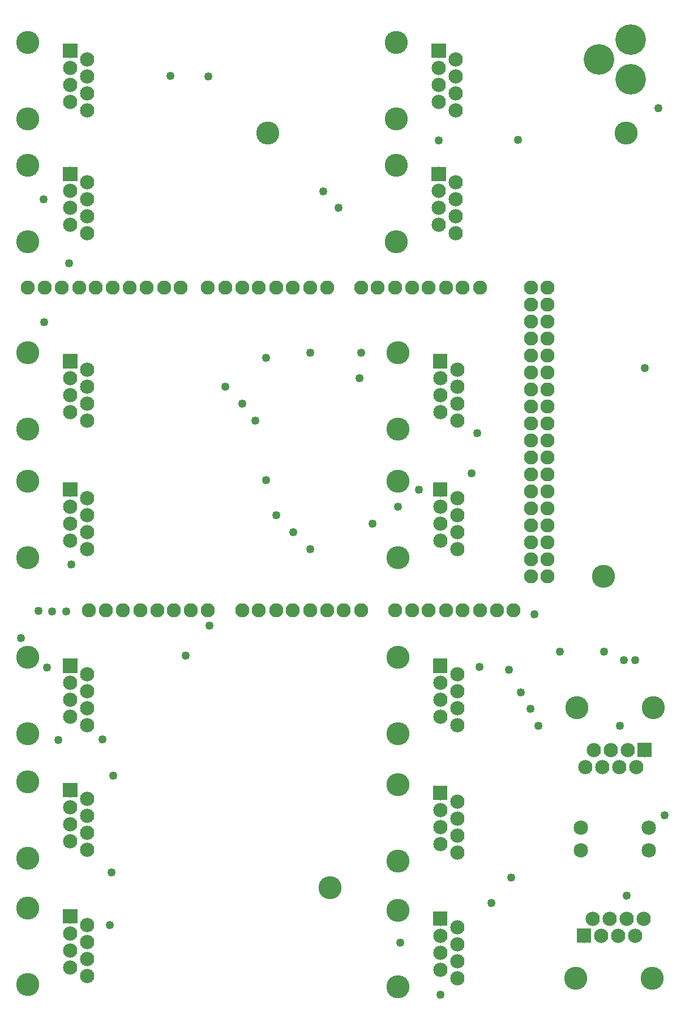
<source format=gts>
G04 MADE WITH FRITZING*
G04 WWW.FRITZING.ORG*
G04 DOUBLE SIDED*
G04 HOLES PLATED*
G04 CONTOUR ON CENTER OF CONTOUR VECTOR*
%ASAXBY*%
%FSLAX23Y23*%
%MOIN*%
%OFA0B0*%
%SFA1.0B1.0*%
%ADD10C,0.049370*%
%ADD11C,0.135984*%
%ADD12C,0.082917*%
%ADD13C,0.180000*%
%ADD14C,0.084000*%
%ADD15C,0.085000*%
%ADD16R,0.001000X0.001000*%
%LNMASK1*%
G90*
G70*
G54D10*
X2415Y3037D03*
X356Y4371D03*
X211Y4022D03*
X1515Y3093D03*
X1515Y3815D03*
X1775Y2686D03*
X1775Y3844D03*
X1043Y2059D03*
X74Y2163D03*
X226Y1989D03*
X1275Y3642D03*
X1375Y3542D03*
X1452Y3442D03*
X1575Y2886D03*
X1675Y2786D03*
X2077Y3844D03*
X293Y1565D03*
X554Y1568D03*
X177Y2325D03*
X2759Y3371D03*
X2726Y3133D03*
X2144Y2836D03*
X256Y2319D03*
X341Y2319D03*
X1184Y2237D03*
X2307Y371D03*
X597Y473D03*
X615Y1352D03*
X607Y785D03*
X3506Y2082D03*
X3245Y2084D03*
X3018Y1843D03*
X3073Y1746D03*
X3120Y1648D03*
X3600Y1648D03*
X2543Y65D03*
X2844Y604D03*
X3689Y2033D03*
X3623Y2032D03*
X3826Y5285D03*
X3747Y3755D03*
X3863Y1119D03*
X3640Y648D03*
G54D11*
X1526Y5137D03*
X3504Y2526D03*
X1893Y693D03*
X3637Y5137D03*
G54D10*
X2293Y2937D03*
X2774Y1993D03*
X2959Y752D03*
X2948Y1978D03*
X1854Y4792D03*
X1175Y5471D03*
X206Y4746D03*
X954Y5473D03*
X2067Y3692D03*
X2533Y5093D03*
X3001Y5096D03*
G54D12*
X2375Y2326D03*
X775Y2326D03*
X2474Y2326D03*
X2575Y2326D03*
X2674Y2326D03*
X2775Y2326D03*
X3075Y3726D03*
X2875Y2326D03*
X2974Y2326D03*
X814Y4226D03*
X1375Y2326D03*
X1474Y2326D03*
X1575Y2326D03*
X1674Y2326D03*
X3075Y2926D03*
X1775Y2326D03*
X1875Y2326D03*
X1974Y2326D03*
X2075Y2326D03*
X1575Y4226D03*
X3075Y4126D03*
X3075Y3326D03*
X3075Y2526D03*
X415Y4226D03*
X1174Y2326D03*
X1174Y4226D03*
X3075Y3926D03*
X3075Y3526D03*
X3075Y3126D03*
X2775Y4226D03*
X3075Y2726D03*
X2674Y4226D03*
X2575Y4226D03*
X2474Y4226D03*
X2375Y4226D03*
X2275Y4226D03*
X2174Y4226D03*
X2075Y4226D03*
X214Y4226D03*
X614Y4226D03*
X1014Y4226D03*
X574Y2326D03*
X974Y2326D03*
X1775Y4226D03*
X1375Y4226D03*
X3075Y4226D03*
X3075Y4026D03*
X3075Y3826D03*
X3075Y3626D03*
X3075Y3426D03*
X3075Y3226D03*
X3075Y3026D03*
X3075Y2826D03*
X3075Y2626D03*
X114Y4226D03*
X314Y4226D03*
X514Y4226D03*
X714Y4226D03*
X915Y4226D03*
X474Y2326D03*
X674Y2326D03*
X875Y2326D03*
X1074Y2326D03*
X1875Y4226D03*
X1674Y4226D03*
X1474Y4226D03*
X1275Y4226D03*
X3174Y4226D03*
X3174Y4126D03*
X3174Y4026D03*
X3174Y3926D03*
X3174Y3826D03*
X3174Y3726D03*
X3174Y3626D03*
X3174Y3526D03*
X3174Y3426D03*
X3174Y3326D03*
X3174Y3226D03*
X3174Y3126D03*
X3174Y3026D03*
X3174Y2926D03*
X3174Y2826D03*
X3174Y2726D03*
X3174Y2626D03*
X3174Y2526D03*
X2275Y2326D03*
G54D13*
X3662Y5452D03*
X3662Y5688D03*
X3477Y5570D03*
X3662Y5452D03*
X3662Y5688D03*
X3477Y5570D03*
G54D14*
X3395Y1403D03*
X3445Y1503D03*
X3495Y1403D03*
X3595Y1403D03*
X3695Y1403D03*
X3545Y1503D03*
X3645Y1503D03*
X3745Y1503D03*
G54D11*
X3795Y1753D03*
X3345Y1753D03*
G54D14*
X3395Y1403D03*
X3445Y1503D03*
X3495Y1403D03*
X3595Y1403D03*
X3695Y1403D03*
X3545Y1503D03*
X3645Y1503D03*
X3745Y1503D03*
G54D11*
X3795Y1753D03*
X3345Y1753D03*
G54D14*
X3740Y511D03*
X3690Y411D03*
X3640Y511D03*
X3540Y511D03*
X3440Y511D03*
X3590Y411D03*
X3490Y411D03*
X3390Y411D03*
G54D11*
X3340Y161D03*
X3790Y161D03*
G54D14*
X3740Y511D03*
X3690Y411D03*
X3640Y511D03*
X3540Y511D03*
X3440Y511D03*
X3590Y411D03*
X3490Y411D03*
X3390Y411D03*
G54D11*
X3340Y161D03*
X3790Y161D03*
G54D14*
X2634Y5271D03*
X2534Y5321D03*
X2634Y5371D03*
X2634Y5471D03*
X2634Y5571D03*
X2534Y5421D03*
X2534Y5521D03*
X2534Y5621D03*
G54D11*
X2284Y5671D03*
X2284Y5221D03*
G54D14*
X2634Y5271D03*
X2534Y5321D03*
X2634Y5371D03*
X2634Y5471D03*
X2634Y5571D03*
X2534Y5421D03*
X2534Y5521D03*
X2534Y5621D03*
G54D11*
X2284Y5671D03*
X2284Y5221D03*
G54D14*
X2634Y4546D03*
X2534Y4596D03*
X2634Y4646D03*
X2634Y4746D03*
X2634Y4846D03*
X2534Y4696D03*
X2534Y4796D03*
X2534Y4896D03*
G54D11*
X2284Y4946D03*
X2284Y4496D03*
G54D14*
X2634Y4546D03*
X2534Y4596D03*
X2634Y4646D03*
X2634Y4746D03*
X2634Y4846D03*
X2534Y4696D03*
X2534Y4796D03*
X2534Y4896D03*
G54D11*
X2284Y4946D03*
X2284Y4496D03*
G54D14*
X2642Y2686D03*
X2542Y2736D03*
X2642Y2786D03*
X2642Y2886D03*
X2642Y2986D03*
X2542Y2836D03*
X2542Y2936D03*
X2542Y3036D03*
G54D11*
X2292Y3086D03*
X2292Y2636D03*
G54D14*
X2642Y2686D03*
X2542Y2736D03*
X2642Y2786D03*
X2642Y2886D03*
X2642Y2986D03*
X2542Y2836D03*
X2542Y2936D03*
X2542Y3036D03*
G54D11*
X2292Y3086D03*
X2292Y2636D03*
G54D14*
X2642Y3442D03*
X2542Y3492D03*
X2642Y3542D03*
X2642Y3642D03*
X2642Y3742D03*
X2542Y3592D03*
X2542Y3692D03*
X2542Y3792D03*
G54D11*
X2292Y3842D03*
X2292Y3392D03*
G54D14*
X2642Y3442D03*
X2542Y3492D03*
X2642Y3542D03*
X2642Y3642D03*
X2642Y3742D03*
X2542Y3592D03*
X2542Y3692D03*
X2542Y3792D03*
G54D11*
X2292Y3842D03*
X2292Y3392D03*
G54D14*
X464Y1649D03*
X364Y1699D03*
X464Y1749D03*
X464Y1849D03*
X464Y1949D03*
X364Y1799D03*
X364Y1899D03*
X364Y1999D03*
G54D11*
X114Y2049D03*
X114Y1599D03*
G54D14*
X464Y1649D03*
X364Y1699D03*
X464Y1749D03*
X464Y1849D03*
X464Y1949D03*
X364Y1799D03*
X364Y1899D03*
X364Y1999D03*
G54D11*
X114Y2049D03*
X114Y1599D03*
G54D14*
X464Y916D03*
X364Y966D03*
X464Y1016D03*
X464Y1116D03*
X464Y1216D03*
X364Y1066D03*
X364Y1166D03*
X364Y1266D03*
G54D11*
X114Y1316D03*
X114Y866D03*
G54D14*
X464Y916D03*
X364Y966D03*
X464Y1016D03*
X464Y1116D03*
X464Y1216D03*
X364Y1066D03*
X364Y1166D03*
X364Y1266D03*
G54D11*
X114Y1316D03*
X114Y866D03*
G54D14*
X464Y175D03*
X364Y225D03*
X464Y275D03*
X464Y375D03*
X464Y475D03*
X364Y325D03*
X364Y425D03*
X364Y525D03*
G54D11*
X114Y575D03*
X114Y125D03*
G54D14*
X464Y175D03*
X364Y225D03*
X464Y275D03*
X464Y375D03*
X464Y475D03*
X364Y325D03*
X364Y425D03*
X364Y525D03*
G54D11*
X114Y575D03*
X114Y125D03*
G54D14*
X464Y3442D03*
X364Y3492D03*
X464Y3542D03*
X464Y3642D03*
X464Y3742D03*
X364Y3592D03*
X364Y3692D03*
X364Y3792D03*
G54D11*
X114Y3842D03*
X114Y3392D03*
G54D14*
X464Y3442D03*
X364Y3492D03*
X464Y3542D03*
X464Y3642D03*
X464Y3742D03*
X364Y3592D03*
X364Y3692D03*
X364Y3792D03*
G54D11*
X114Y3842D03*
X114Y3392D03*
G54D14*
X464Y2686D03*
X364Y2736D03*
X464Y2786D03*
X464Y2886D03*
X464Y2986D03*
X364Y2836D03*
X364Y2936D03*
X364Y3036D03*
G54D11*
X114Y3086D03*
X114Y2636D03*
G54D14*
X464Y2686D03*
X364Y2736D03*
X464Y2786D03*
X464Y2886D03*
X464Y2986D03*
X364Y2836D03*
X364Y2936D03*
X364Y3036D03*
G54D11*
X114Y3086D03*
X114Y2636D03*
G54D14*
X464Y4546D03*
X364Y4596D03*
X464Y4646D03*
X464Y4746D03*
X464Y4846D03*
X364Y4696D03*
X364Y4796D03*
X364Y4896D03*
G54D11*
X114Y4946D03*
X114Y4496D03*
G54D14*
X464Y4546D03*
X364Y4596D03*
X464Y4646D03*
X464Y4746D03*
X464Y4846D03*
X364Y4696D03*
X364Y4796D03*
X364Y4896D03*
G54D11*
X114Y4946D03*
X114Y4496D03*
G54D14*
X2642Y901D03*
X2542Y951D03*
X2642Y1001D03*
X2642Y1101D03*
X2642Y1201D03*
X2542Y1051D03*
X2542Y1151D03*
X2542Y1251D03*
G54D11*
X2292Y1301D03*
X2292Y851D03*
G54D14*
X2642Y901D03*
X2542Y951D03*
X2642Y1001D03*
X2642Y1101D03*
X2642Y1201D03*
X2542Y1051D03*
X2542Y1151D03*
X2542Y1251D03*
G54D11*
X2292Y1301D03*
X2292Y851D03*
G54D14*
X2642Y1649D03*
X2542Y1699D03*
X2642Y1749D03*
X2642Y1849D03*
X2642Y1949D03*
X2542Y1799D03*
X2542Y1899D03*
X2542Y1999D03*
G54D11*
X2292Y2049D03*
X2292Y1599D03*
G54D14*
X2642Y1649D03*
X2542Y1699D03*
X2642Y1749D03*
X2642Y1849D03*
X2642Y1949D03*
X2542Y1799D03*
X2542Y1899D03*
X2542Y1999D03*
G54D11*
X2292Y2049D03*
X2292Y1599D03*
G54D14*
X2642Y160D03*
X2542Y210D03*
X2642Y260D03*
X2642Y360D03*
X2642Y460D03*
X2542Y310D03*
X2542Y410D03*
X2542Y510D03*
G54D11*
X2292Y560D03*
X2292Y110D03*
G54D14*
X2642Y160D03*
X2542Y210D03*
X2642Y260D03*
X2642Y360D03*
X2642Y460D03*
X2542Y310D03*
X2542Y410D03*
X2542Y510D03*
G54D11*
X2292Y560D03*
X2292Y110D03*
G54D14*
X464Y5271D03*
X364Y5321D03*
X464Y5371D03*
X464Y5471D03*
X464Y5571D03*
X364Y5421D03*
X364Y5521D03*
X364Y5621D03*
G54D11*
X114Y5671D03*
X114Y5221D03*
G54D14*
X464Y5271D03*
X364Y5321D03*
X464Y5371D03*
X464Y5471D03*
X464Y5571D03*
X364Y5421D03*
X364Y5521D03*
X364Y5621D03*
G54D11*
X114Y5671D03*
X114Y5221D03*
G54D10*
X1943Y4696D03*
G54D15*
X3370Y915D03*
X3770Y915D03*
X3370Y1048D03*
X3770Y1048D03*
G54D10*
X3096Y2303D03*
X370Y2596D03*
G54D16*
X322Y5664D02*
X405Y5664D01*
X2492Y5664D02*
X2575Y5664D01*
X322Y5663D02*
X405Y5663D01*
X2492Y5663D02*
X2575Y5663D01*
X322Y5662D02*
X405Y5662D01*
X2492Y5662D02*
X2575Y5662D01*
X322Y5661D02*
X405Y5661D01*
X2492Y5661D02*
X2575Y5661D01*
X322Y5660D02*
X405Y5660D01*
X2492Y5660D02*
X2575Y5660D01*
X322Y5659D02*
X405Y5659D01*
X2492Y5659D02*
X2575Y5659D01*
X322Y5658D02*
X405Y5658D01*
X2492Y5658D02*
X2575Y5658D01*
X322Y5657D02*
X405Y5657D01*
X2492Y5657D02*
X2575Y5657D01*
X322Y5656D02*
X405Y5656D01*
X2492Y5656D02*
X2575Y5656D01*
X322Y5655D02*
X405Y5655D01*
X2492Y5655D02*
X2575Y5655D01*
X322Y5654D02*
X405Y5654D01*
X2492Y5654D02*
X2575Y5654D01*
X322Y5653D02*
X405Y5653D01*
X2492Y5653D02*
X2575Y5653D01*
X322Y5652D02*
X405Y5652D01*
X2492Y5652D02*
X2575Y5652D01*
X322Y5651D02*
X405Y5651D01*
X2492Y5651D02*
X2575Y5651D01*
X322Y5650D02*
X405Y5650D01*
X2492Y5650D02*
X2575Y5650D01*
X322Y5649D02*
X405Y5649D01*
X2492Y5649D02*
X2575Y5649D01*
X322Y5648D02*
X405Y5648D01*
X2492Y5648D02*
X2575Y5648D01*
X322Y5647D02*
X405Y5647D01*
X2492Y5647D02*
X2575Y5647D01*
X322Y5646D02*
X405Y5646D01*
X2492Y5646D02*
X2575Y5646D01*
X322Y5645D02*
X405Y5645D01*
X2492Y5645D02*
X2575Y5645D01*
X322Y5644D02*
X405Y5644D01*
X2492Y5644D02*
X2575Y5644D01*
X322Y5643D02*
X405Y5643D01*
X2492Y5643D02*
X2575Y5643D01*
X322Y5642D02*
X405Y5642D01*
X2492Y5642D02*
X2575Y5642D01*
X322Y5641D02*
X405Y5641D01*
X2492Y5641D02*
X2575Y5641D01*
X322Y5640D02*
X405Y5640D01*
X2492Y5640D02*
X2575Y5640D01*
X322Y5639D02*
X405Y5639D01*
X2492Y5639D02*
X2575Y5639D01*
X322Y5638D02*
X405Y5638D01*
X2492Y5638D02*
X2575Y5638D01*
X322Y5637D02*
X361Y5637D01*
X366Y5637D02*
X405Y5637D01*
X2492Y5637D02*
X2531Y5637D01*
X2536Y5637D02*
X2575Y5637D01*
X322Y5636D02*
X357Y5636D01*
X370Y5636D02*
X405Y5636D01*
X2492Y5636D02*
X2527Y5636D01*
X2541Y5636D02*
X2575Y5636D01*
X322Y5635D02*
X355Y5635D01*
X372Y5635D02*
X405Y5635D01*
X2492Y5635D02*
X2525Y5635D01*
X2543Y5635D02*
X2575Y5635D01*
X322Y5634D02*
X353Y5634D01*
X374Y5634D02*
X405Y5634D01*
X2492Y5634D02*
X2524Y5634D01*
X2544Y5634D02*
X2575Y5634D01*
X322Y5633D02*
X352Y5633D01*
X375Y5633D02*
X405Y5633D01*
X2492Y5633D02*
X2523Y5633D01*
X2545Y5633D02*
X2575Y5633D01*
X322Y5632D02*
X351Y5632D01*
X376Y5632D02*
X405Y5632D01*
X2492Y5632D02*
X2522Y5632D01*
X2546Y5632D02*
X2575Y5632D01*
X322Y5631D02*
X351Y5631D01*
X376Y5631D02*
X405Y5631D01*
X2492Y5631D02*
X2521Y5631D01*
X2547Y5631D02*
X2575Y5631D01*
X322Y5630D02*
X350Y5630D01*
X377Y5630D02*
X405Y5630D01*
X2492Y5630D02*
X2521Y5630D01*
X2547Y5630D02*
X2575Y5630D01*
X322Y5629D02*
X350Y5629D01*
X377Y5629D02*
X405Y5629D01*
X2492Y5629D02*
X2520Y5629D01*
X2548Y5629D02*
X2575Y5629D01*
X322Y5628D02*
X349Y5628D01*
X378Y5628D02*
X405Y5628D01*
X2492Y5628D02*
X2520Y5628D01*
X2548Y5628D02*
X2575Y5628D01*
X322Y5627D02*
X349Y5627D01*
X378Y5627D02*
X405Y5627D01*
X2492Y5627D02*
X2519Y5627D01*
X2548Y5627D02*
X2575Y5627D01*
X322Y5626D02*
X349Y5626D01*
X378Y5626D02*
X405Y5626D01*
X2492Y5626D02*
X2519Y5626D01*
X2549Y5626D02*
X2575Y5626D01*
X322Y5625D02*
X349Y5625D01*
X379Y5625D02*
X405Y5625D01*
X2492Y5625D02*
X2519Y5625D01*
X2549Y5625D02*
X2575Y5625D01*
X322Y5624D02*
X348Y5624D01*
X379Y5624D02*
X405Y5624D01*
X2492Y5624D02*
X2519Y5624D01*
X2549Y5624D02*
X2575Y5624D01*
X322Y5623D02*
X348Y5623D01*
X379Y5623D02*
X405Y5623D01*
X2492Y5623D02*
X2519Y5623D01*
X2549Y5623D02*
X2575Y5623D01*
X322Y5622D02*
X348Y5622D01*
X379Y5622D02*
X405Y5622D01*
X2492Y5622D02*
X2519Y5622D01*
X2549Y5622D02*
X2575Y5622D01*
X322Y5621D02*
X348Y5621D01*
X379Y5621D02*
X405Y5621D01*
X2492Y5621D02*
X2519Y5621D01*
X2549Y5621D02*
X2575Y5621D01*
X322Y5620D02*
X349Y5620D01*
X379Y5620D02*
X405Y5620D01*
X2492Y5620D02*
X2519Y5620D01*
X2549Y5620D02*
X2575Y5620D01*
X322Y5619D02*
X349Y5619D01*
X378Y5619D02*
X405Y5619D01*
X2492Y5619D02*
X2519Y5619D01*
X2549Y5619D02*
X2575Y5619D01*
X322Y5618D02*
X349Y5618D01*
X378Y5618D02*
X405Y5618D01*
X2492Y5618D02*
X2519Y5618D01*
X2548Y5618D02*
X2575Y5618D01*
X322Y5617D02*
X349Y5617D01*
X378Y5617D02*
X405Y5617D01*
X2492Y5617D02*
X2520Y5617D01*
X2548Y5617D02*
X2575Y5617D01*
X322Y5616D02*
X350Y5616D01*
X377Y5616D02*
X405Y5616D01*
X2492Y5616D02*
X2520Y5616D01*
X2548Y5616D02*
X2575Y5616D01*
X322Y5615D02*
X350Y5615D01*
X377Y5615D02*
X405Y5615D01*
X2492Y5615D02*
X2521Y5615D01*
X2547Y5615D02*
X2575Y5615D01*
X322Y5614D02*
X351Y5614D01*
X376Y5614D02*
X405Y5614D01*
X2492Y5614D02*
X2521Y5614D01*
X2547Y5614D02*
X2575Y5614D01*
X322Y5613D02*
X351Y5613D01*
X376Y5613D02*
X405Y5613D01*
X2492Y5613D02*
X2522Y5613D01*
X2546Y5613D02*
X2575Y5613D01*
X322Y5612D02*
X352Y5612D01*
X375Y5612D02*
X405Y5612D01*
X2492Y5612D02*
X2523Y5612D01*
X2545Y5612D02*
X2575Y5612D01*
X322Y5611D02*
X353Y5611D01*
X374Y5611D02*
X405Y5611D01*
X2492Y5611D02*
X2524Y5611D01*
X2544Y5611D02*
X2575Y5611D01*
X322Y5610D02*
X355Y5610D01*
X372Y5610D02*
X405Y5610D01*
X2492Y5610D02*
X2525Y5610D01*
X2543Y5610D02*
X2575Y5610D01*
X322Y5609D02*
X357Y5609D01*
X370Y5609D02*
X405Y5609D01*
X2492Y5609D02*
X2527Y5609D01*
X2541Y5609D02*
X2575Y5609D01*
X322Y5608D02*
X361Y5608D01*
X366Y5608D02*
X405Y5608D01*
X2492Y5608D02*
X2531Y5608D01*
X2537Y5608D02*
X2575Y5608D01*
X322Y5607D02*
X405Y5607D01*
X2492Y5607D02*
X2575Y5607D01*
X322Y5606D02*
X405Y5606D01*
X2492Y5606D02*
X2575Y5606D01*
X322Y5605D02*
X405Y5605D01*
X2492Y5605D02*
X2575Y5605D01*
X322Y5604D02*
X405Y5604D01*
X2492Y5604D02*
X2575Y5604D01*
X322Y5603D02*
X405Y5603D01*
X2492Y5603D02*
X2575Y5603D01*
X322Y5602D02*
X405Y5602D01*
X2492Y5602D02*
X2575Y5602D01*
X322Y5601D02*
X405Y5601D01*
X2492Y5601D02*
X2575Y5601D01*
X322Y5600D02*
X405Y5600D01*
X2492Y5600D02*
X2575Y5600D01*
X322Y5599D02*
X405Y5599D01*
X2492Y5599D02*
X2575Y5599D01*
X322Y5598D02*
X405Y5598D01*
X2492Y5598D02*
X2575Y5598D01*
X322Y5597D02*
X405Y5597D01*
X2492Y5597D02*
X2575Y5597D01*
X322Y5596D02*
X405Y5596D01*
X2492Y5596D02*
X2575Y5596D01*
X322Y5595D02*
X405Y5595D01*
X2492Y5595D02*
X2575Y5595D01*
X322Y5594D02*
X405Y5594D01*
X2492Y5594D02*
X2575Y5594D01*
X322Y5593D02*
X405Y5593D01*
X2492Y5593D02*
X2575Y5593D01*
X322Y5592D02*
X405Y5592D01*
X2492Y5592D02*
X2575Y5592D01*
X322Y5591D02*
X405Y5591D01*
X2492Y5591D02*
X2575Y5591D01*
X322Y5590D02*
X405Y5590D01*
X2492Y5590D02*
X2575Y5590D01*
X322Y5589D02*
X405Y5589D01*
X2492Y5589D02*
X2575Y5589D01*
X322Y5588D02*
X405Y5588D01*
X2492Y5588D02*
X2575Y5588D01*
X322Y5587D02*
X405Y5587D01*
X2492Y5587D02*
X2575Y5587D01*
X322Y5586D02*
X405Y5586D01*
X2492Y5586D02*
X2575Y5586D01*
X322Y5585D02*
X405Y5585D01*
X2492Y5585D02*
X2575Y5585D01*
X322Y5584D02*
X405Y5584D01*
X2492Y5584D02*
X2575Y5584D01*
X322Y5583D02*
X405Y5583D01*
X2492Y5583D02*
X2575Y5583D01*
X322Y5582D02*
X405Y5582D01*
X2492Y5582D02*
X2575Y5582D01*
X322Y5581D02*
X405Y5581D01*
X2492Y5581D02*
X2575Y5581D01*
X322Y4938D02*
X405Y4938D01*
X2492Y4938D02*
X2575Y4938D01*
X322Y4937D02*
X405Y4937D01*
X2492Y4937D02*
X2575Y4937D01*
X322Y4936D02*
X405Y4936D01*
X2492Y4936D02*
X2575Y4936D01*
X322Y4935D02*
X405Y4935D01*
X2492Y4935D02*
X2575Y4935D01*
X322Y4934D02*
X405Y4934D01*
X2492Y4934D02*
X2575Y4934D01*
X322Y4933D02*
X405Y4933D01*
X2492Y4933D02*
X2575Y4933D01*
X322Y4932D02*
X405Y4932D01*
X2492Y4932D02*
X2575Y4932D01*
X322Y4931D02*
X405Y4931D01*
X2492Y4931D02*
X2575Y4931D01*
X322Y4930D02*
X405Y4930D01*
X2492Y4930D02*
X2575Y4930D01*
X322Y4929D02*
X405Y4929D01*
X2492Y4929D02*
X2575Y4929D01*
X322Y4928D02*
X405Y4928D01*
X2492Y4928D02*
X2575Y4928D01*
X322Y4927D02*
X405Y4927D01*
X2492Y4927D02*
X2575Y4927D01*
X322Y4926D02*
X405Y4926D01*
X2492Y4926D02*
X2575Y4926D01*
X322Y4925D02*
X405Y4925D01*
X2492Y4925D02*
X2575Y4925D01*
X322Y4924D02*
X405Y4924D01*
X2492Y4924D02*
X2575Y4924D01*
X322Y4923D02*
X405Y4923D01*
X2492Y4923D02*
X2575Y4923D01*
X322Y4922D02*
X405Y4922D01*
X2492Y4922D02*
X2575Y4922D01*
X322Y4921D02*
X405Y4921D01*
X2492Y4921D02*
X2575Y4921D01*
X322Y4920D02*
X405Y4920D01*
X2492Y4920D02*
X2575Y4920D01*
X322Y4919D02*
X405Y4919D01*
X2492Y4919D02*
X2575Y4919D01*
X322Y4918D02*
X405Y4918D01*
X2492Y4918D02*
X2575Y4918D01*
X322Y4917D02*
X405Y4917D01*
X2492Y4917D02*
X2575Y4917D01*
X322Y4916D02*
X405Y4916D01*
X2492Y4916D02*
X2575Y4916D01*
X322Y4915D02*
X405Y4915D01*
X2492Y4915D02*
X2575Y4915D01*
X322Y4914D02*
X405Y4914D01*
X2492Y4914D02*
X2575Y4914D01*
X322Y4913D02*
X405Y4913D01*
X2492Y4913D02*
X2575Y4913D01*
X322Y4912D02*
X405Y4912D01*
X2492Y4912D02*
X2575Y4912D01*
X322Y4911D02*
X360Y4911D01*
X367Y4911D02*
X405Y4911D01*
X2492Y4911D02*
X2530Y4911D01*
X2538Y4911D02*
X2575Y4911D01*
X322Y4910D02*
X357Y4910D01*
X371Y4910D02*
X405Y4910D01*
X2492Y4910D02*
X2527Y4910D01*
X2541Y4910D02*
X2575Y4910D01*
X322Y4909D02*
X355Y4909D01*
X372Y4909D02*
X405Y4909D01*
X2492Y4909D02*
X2525Y4909D01*
X2543Y4909D02*
X2575Y4909D01*
X322Y4908D02*
X353Y4908D01*
X374Y4908D02*
X405Y4908D01*
X2492Y4908D02*
X2524Y4908D01*
X2544Y4908D02*
X2575Y4908D01*
X322Y4907D02*
X352Y4907D01*
X375Y4907D02*
X405Y4907D01*
X2492Y4907D02*
X2523Y4907D01*
X2545Y4907D02*
X2575Y4907D01*
X322Y4906D02*
X351Y4906D01*
X376Y4906D02*
X405Y4906D01*
X2492Y4906D02*
X2522Y4906D01*
X2546Y4906D02*
X2575Y4906D01*
X322Y4905D02*
X351Y4905D01*
X376Y4905D02*
X405Y4905D01*
X2492Y4905D02*
X2521Y4905D01*
X2547Y4905D02*
X2575Y4905D01*
X322Y4904D02*
X350Y4904D01*
X377Y4904D02*
X405Y4904D01*
X2492Y4904D02*
X2520Y4904D01*
X2547Y4904D02*
X2575Y4904D01*
X322Y4903D02*
X350Y4903D01*
X377Y4903D02*
X405Y4903D01*
X2492Y4903D02*
X2520Y4903D01*
X2548Y4903D02*
X2575Y4903D01*
X322Y4902D02*
X349Y4902D01*
X378Y4902D02*
X405Y4902D01*
X2492Y4902D02*
X2520Y4902D01*
X2548Y4902D02*
X2575Y4902D01*
X322Y4901D02*
X349Y4901D01*
X378Y4901D02*
X405Y4901D01*
X2492Y4901D02*
X2519Y4901D01*
X2548Y4901D02*
X2575Y4901D01*
X322Y4900D02*
X349Y4900D01*
X378Y4900D02*
X405Y4900D01*
X2492Y4900D02*
X2519Y4900D01*
X2549Y4900D02*
X2575Y4900D01*
X322Y4899D02*
X349Y4899D01*
X379Y4899D02*
X405Y4899D01*
X2492Y4899D02*
X2519Y4899D01*
X2549Y4899D02*
X2575Y4899D01*
X322Y4898D02*
X348Y4898D01*
X379Y4898D02*
X405Y4898D01*
X2492Y4898D02*
X2519Y4898D01*
X2549Y4898D02*
X2575Y4898D01*
X322Y4897D02*
X348Y4897D01*
X379Y4897D02*
X405Y4897D01*
X2492Y4897D02*
X2519Y4897D01*
X2549Y4897D02*
X2575Y4897D01*
X322Y4896D02*
X348Y4896D01*
X379Y4896D02*
X405Y4896D01*
X2492Y4896D02*
X2519Y4896D01*
X2549Y4896D02*
X2575Y4896D01*
X322Y4895D02*
X348Y4895D01*
X379Y4895D02*
X405Y4895D01*
X2492Y4895D02*
X2519Y4895D01*
X2549Y4895D02*
X2575Y4895D01*
X322Y4894D02*
X349Y4894D01*
X378Y4894D02*
X405Y4894D01*
X2492Y4894D02*
X2519Y4894D01*
X2549Y4894D02*
X2575Y4894D01*
X322Y4893D02*
X349Y4893D01*
X378Y4893D02*
X405Y4893D01*
X2492Y4893D02*
X2519Y4893D01*
X2549Y4893D02*
X2575Y4893D01*
X322Y4892D02*
X349Y4892D01*
X378Y4892D02*
X405Y4892D01*
X2492Y4892D02*
X2519Y4892D01*
X2548Y4892D02*
X2575Y4892D01*
X322Y4891D02*
X349Y4891D01*
X378Y4891D02*
X405Y4891D01*
X2492Y4891D02*
X2520Y4891D01*
X2548Y4891D02*
X2575Y4891D01*
X322Y4890D02*
X350Y4890D01*
X377Y4890D02*
X405Y4890D01*
X2492Y4890D02*
X2520Y4890D01*
X2548Y4890D02*
X2575Y4890D01*
X322Y4889D02*
X350Y4889D01*
X377Y4889D02*
X405Y4889D01*
X2492Y4889D02*
X2521Y4889D01*
X2547Y4889D02*
X2575Y4889D01*
X322Y4888D02*
X351Y4888D01*
X376Y4888D02*
X405Y4888D01*
X2492Y4888D02*
X2521Y4888D01*
X2547Y4888D02*
X2575Y4888D01*
X322Y4887D02*
X352Y4887D01*
X376Y4887D02*
X405Y4887D01*
X2492Y4887D02*
X2522Y4887D01*
X2546Y4887D02*
X2575Y4887D01*
X322Y4886D02*
X352Y4886D01*
X375Y4886D02*
X405Y4886D01*
X2492Y4886D02*
X2523Y4886D01*
X2545Y4886D02*
X2575Y4886D01*
X322Y4885D02*
X354Y4885D01*
X373Y4885D02*
X405Y4885D01*
X2492Y4885D02*
X2524Y4885D01*
X2544Y4885D02*
X2575Y4885D01*
X322Y4884D02*
X355Y4884D01*
X372Y4884D02*
X405Y4884D01*
X2492Y4884D02*
X2525Y4884D01*
X2542Y4884D02*
X2575Y4884D01*
X322Y4883D02*
X357Y4883D01*
X370Y4883D02*
X405Y4883D01*
X2492Y4883D02*
X2527Y4883D01*
X2540Y4883D02*
X2575Y4883D01*
X322Y4882D02*
X362Y4882D01*
X365Y4882D02*
X405Y4882D01*
X2492Y4882D02*
X2533Y4882D01*
X2535Y4882D02*
X2575Y4882D01*
X322Y4881D02*
X405Y4881D01*
X2492Y4881D02*
X2575Y4881D01*
X322Y4880D02*
X405Y4880D01*
X2492Y4880D02*
X2575Y4880D01*
X322Y4879D02*
X405Y4879D01*
X2492Y4879D02*
X2575Y4879D01*
X322Y4878D02*
X405Y4878D01*
X2492Y4878D02*
X2575Y4878D01*
X322Y4877D02*
X405Y4877D01*
X2492Y4877D02*
X2575Y4877D01*
X322Y4876D02*
X405Y4876D01*
X2492Y4876D02*
X2575Y4876D01*
X322Y4875D02*
X405Y4875D01*
X2492Y4875D02*
X2575Y4875D01*
X322Y4874D02*
X405Y4874D01*
X2492Y4874D02*
X2575Y4874D01*
X322Y4873D02*
X405Y4873D01*
X2492Y4873D02*
X2575Y4873D01*
X322Y4872D02*
X405Y4872D01*
X2492Y4872D02*
X2575Y4872D01*
X322Y4871D02*
X405Y4871D01*
X2492Y4871D02*
X2575Y4871D01*
X322Y4870D02*
X405Y4870D01*
X2492Y4870D02*
X2575Y4870D01*
X322Y4869D02*
X405Y4869D01*
X2492Y4869D02*
X2575Y4869D01*
X322Y4868D02*
X405Y4868D01*
X2492Y4868D02*
X2575Y4868D01*
X322Y4867D02*
X405Y4867D01*
X2492Y4867D02*
X2575Y4867D01*
X322Y4866D02*
X405Y4866D01*
X2492Y4866D02*
X2575Y4866D01*
X322Y4865D02*
X405Y4865D01*
X2492Y4865D02*
X2575Y4865D01*
X322Y4864D02*
X405Y4864D01*
X2492Y4864D02*
X2575Y4864D01*
X322Y4863D02*
X405Y4863D01*
X2492Y4863D02*
X2575Y4863D01*
X322Y4862D02*
X405Y4862D01*
X2492Y4862D02*
X2575Y4862D01*
X322Y4861D02*
X405Y4861D01*
X2492Y4861D02*
X2575Y4861D01*
X322Y4860D02*
X405Y4860D01*
X2492Y4860D02*
X2575Y4860D01*
X322Y4859D02*
X405Y4859D01*
X2492Y4859D02*
X2575Y4859D01*
X322Y4858D02*
X405Y4858D01*
X2492Y4858D02*
X2575Y4858D01*
X322Y4857D02*
X405Y4857D01*
X2492Y4857D02*
X2575Y4857D01*
X322Y4856D02*
X405Y4856D01*
X2492Y4856D02*
X2575Y4856D01*
X322Y4855D02*
X405Y4855D01*
X2492Y4855D02*
X2575Y4855D01*
X323Y3835D02*
X405Y3835D01*
X2500Y3835D02*
X2582Y3835D01*
X322Y3834D02*
X405Y3834D01*
X2500Y3834D02*
X2583Y3834D01*
X322Y3833D02*
X405Y3833D01*
X2500Y3833D02*
X2583Y3833D01*
X322Y3832D02*
X405Y3832D01*
X2500Y3832D02*
X2583Y3832D01*
X322Y3831D02*
X405Y3831D01*
X2500Y3831D02*
X2583Y3831D01*
X322Y3830D02*
X405Y3830D01*
X2500Y3830D02*
X2583Y3830D01*
X322Y3829D02*
X405Y3829D01*
X2500Y3829D02*
X2583Y3829D01*
X322Y3828D02*
X405Y3828D01*
X2500Y3828D02*
X2583Y3828D01*
X322Y3827D02*
X405Y3827D01*
X2500Y3827D02*
X2583Y3827D01*
X322Y3826D02*
X405Y3826D01*
X2500Y3826D02*
X2583Y3826D01*
X322Y3825D02*
X405Y3825D01*
X2500Y3825D02*
X2583Y3825D01*
X322Y3824D02*
X405Y3824D01*
X2500Y3824D02*
X2583Y3824D01*
X322Y3823D02*
X405Y3823D01*
X2500Y3823D02*
X2583Y3823D01*
X322Y3822D02*
X405Y3822D01*
X2500Y3822D02*
X2583Y3822D01*
X322Y3821D02*
X405Y3821D01*
X2500Y3821D02*
X2583Y3821D01*
X322Y3820D02*
X405Y3820D01*
X2500Y3820D02*
X2583Y3820D01*
X322Y3819D02*
X405Y3819D01*
X2500Y3819D02*
X2583Y3819D01*
X322Y3818D02*
X405Y3818D01*
X2500Y3818D02*
X2583Y3818D01*
X322Y3817D02*
X405Y3817D01*
X2500Y3817D02*
X2583Y3817D01*
X322Y3816D02*
X405Y3816D01*
X2500Y3816D02*
X2583Y3816D01*
X322Y3815D02*
X405Y3815D01*
X2500Y3815D02*
X2583Y3815D01*
X322Y3814D02*
X405Y3814D01*
X2500Y3814D02*
X2583Y3814D01*
X322Y3813D02*
X405Y3813D01*
X2500Y3813D02*
X2583Y3813D01*
X322Y3812D02*
X405Y3812D01*
X2500Y3812D02*
X2583Y3812D01*
X322Y3811D02*
X405Y3811D01*
X2500Y3811D02*
X2583Y3811D01*
X322Y3810D02*
X405Y3810D01*
X2500Y3810D02*
X2583Y3810D01*
X322Y3809D02*
X405Y3809D01*
X2500Y3809D02*
X2583Y3809D01*
X322Y3808D02*
X405Y3808D01*
X2500Y3808D02*
X2583Y3808D01*
X322Y3807D02*
X358Y3807D01*
X369Y3807D02*
X405Y3807D01*
X2500Y3807D02*
X2536Y3807D01*
X2547Y3807D02*
X2583Y3807D01*
X322Y3806D02*
X356Y3806D01*
X371Y3806D02*
X405Y3806D01*
X2500Y3806D02*
X2534Y3806D01*
X2549Y3806D02*
X2583Y3806D01*
X322Y3805D02*
X354Y3805D01*
X373Y3805D02*
X405Y3805D01*
X2500Y3805D02*
X2532Y3805D01*
X2551Y3805D02*
X2583Y3805D01*
X322Y3804D02*
X353Y3804D01*
X374Y3804D02*
X405Y3804D01*
X2500Y3804D02*
X2531Y3804D01*
X2552Y3804D02*
X2583Y3804D01*
X322Y3803D02*
X352Y3803D01*
X375Y3803D02*
X405Y3803D01*
X2500Y3803D02*
X2530Y3803D01*
X2553Y3803D02*
X2583Y3803D01*
X322Y3802D02*
X351Y3802D01*
X376Y3802D02*
X405Y3802D01*
X2500Y3802D02*
X2529Y3802D01*
X2554Y3802D02*
X2583Y3802D01*
X322Y3801D02*
X350Y3801D01*
X377Y3801D02*
X405Y3801D01*
X2500Y3801D02*
X2528Y3801D01*
X2554Y3801D02*
X2583Y3801D01*
X322Y3800D02*
X350Y3800D01*
X377Y3800D02*
X405Y3800D01*
X2500Y3800D02*
X2528Y3800D01*
X2555Y3800D02*
X2583Y3800D01*
X322Y3799D02*
X349Y3799D01*
X378Y3799D02*
X405Y3799D01*
X2500Y3799D02*
X2527Y3799D01*
X2555Y3799D02*
X2583Y3799D01*
X322Y3798D02*
X349Y3798D01*
X378Y3798D02*
X405Y3798D01*
X2500Y3798D02*
X2527Y3798D01*
X2556Y3798D02*
X2583Y3798D01*
X322Y3797D02*
X349Y3797D01*
X378Y3797D02*
X405Y3797D01*
X2500Y3797D02*
X2527Y3797D01*
X2556Y3797D02*
X2583Y3797D01*
X322Y3796D02*
X349Y3796D01*
X378Y3796D02*
X405Y3796D01*
X2500Y3796D02*
X2526Y3796D01*
X2556Y3796D02*
X2583Y3796D01*
X322Y3795D02*
X349Y3795D01*
X379Y3795D02*
X405Y3795D01*
X2500Y3795D02*
X2526Y3795D01*
X2556Y3795D02*
X2583Y3795D01*
X322Y3794D02*
X348Y3794D01*
X379Y3794D02*
X405Y3794D01*
X2500Y3794D02*
X2526Y3794D01*
X2556Y3794D02*
X2583Y3794D01*
X322Y3793D02*
X348Y3793D01*
X379Y3793D02*
X405Y3793D01*
X2500Y3793D02*
X2526Y3793D01*
X2556Y3793D02*
X2583Y3793D01*
X322Y3792D02*
X348Y3792D01*
X379Y3792D02*
X405Y3792D01*
X2500Y3792D02*
X2526Y3792D01*
X2556Y3792D02*
X2583Y3792D01*
X322Y3791D02*
X349Y3791D01*
X379Y3791D02*
X405Y3791D01*
X2500Y3791D02*
X2526Y3791D01*
X2556Y3791D02*
X2583Y3791D01*
X322Y3790D02*
X349Y3790D01*
X378Y3790D02*
X405Y3790D01*
X2500Y3790D02*
X2526Y3790D01*
X2556Y3790D02*
X2583Y3790D01*
X322Y3789D02*
X349Y3789D01*
X378Y3789D02*
X405Y3789D01*
X2500Y3789D02*
X2527Y3789D01*
X2556Y3789D02*
X2583Y3789D01*
X322Y3788D02*
X349Y3788D01*
X378Y3788D02*
X405Y3788D01*
X2500Y3788D02*
X2527Y3788D01*
X2556Y3788D02*
X2583Y3788D01*
X322Y3787D02*
X349Y3787D01*
X378Y3787D02*
X405Y3787D01*
X2500Y3787D02*
X2527Y3787D01*
X2555Y3787D02*
X2583Y3787D01*
X322Y3786D02*
X350Y3786D01*
X377Y3786D02*
X405Y3786D01*
X2500Y3786D02*
X2528Y3786D01*
X2555Y3786D02*
X2583Y3786D01*
X322Y3785D02*
X350Y3785D01*
X377Y3785D02*
X405Y3785D01*
X2500Y3785D02*
X2528Y3785D01*
X2554Y3785D02*
X2583Y3785D01*
X322Y3784D02*
X351Y3784D01*
X376Y3784D02*
X405Y3784D01*
X2500Y3784D02*
X2529Y3784D01*
X2554Y3784D02*
X2583Y3784D01*
X322Y3783D02*
X352Y3783D01*
X375Y3783D02*
X405Y3783D01*
X2500Y3783D02*
X2530Y3783D01*
X2553Y3783D02*
X2583Y3783D01*
X322Y3782D02*
X353Y3782D01*
X374Y3782D02*
X405Y3782D01*
X2500Y3782D02*
X2531Y3782D01*
X2552Y3782D02*
X2583Y3782D01*
X322Y3781D02*
X354Y3781D01*
X373Y3781D02*
X405Y3781D01*
X2500Y3781D02*
X2532Y3781D01*
X2551Y3781D02*
X2583Y3781D01*
X322Y3780D02*
X356Y3780D01*
X371Y3780D02*
X405Y3780D01*
X2500Y3780D02*
X2534Y3780D01*
X2549Y3780D02*
X2583Y3780D01*
X322Y3779D02*
X358Y3779D01*
X369Y3779D02*
X405Y3779D01*
X2500Y3779D02*
X2536Y3779D01*
X2546Y3779D02*
X2583Y3779D01*
X322Y3778D02*
X405Y3778D01*
X2500Y3778D02*
X2583Y3778D01*
X322Y3777D02*
X405Y3777D01*
X2500Y3777D02*
X2583Y3777D01*
X322Y3776D02*
X405Y3776D01*
X2500Y3776D02*
X2583Y3776D01*
X322Y3775D02*
X405Y3775D01*
X2500Y3775D02*
X2583Y3775D01*
X322Y3774D02*
X405Y3774D01*
X2500Y3774D02*
X2583Y3774D01*
X322Y3773D02*
X405Y3773D01*
X2500Y3773D02*
X2583Y3773D01*
X322Y3772D02*
X405Y3772D01*
X2500Y3772D02*
X2583Y3772D01*
X322Y3771D02*
X405Y3771D01*
X2500Y3771D02*
X2583Y3771D01*
X322Y3770D02*
X405Y3770D01*
X2500Y3770D02*
X2583Y3770D01*
X322Y3769D02*
X405Y3769D01*
X2500Y3769D02*
X2583Y3769D01*
X322Y3768D02*
X405Y3768D01*
X2500Y3768D02*
X2583Y3768D01*
X322Y3767D02*
X405Y3767D01*
X2500Y3767D02*
X2583Y3767D01*
X322Y3766D02*
X405Y3766D01*
X2500Y3766D02*
X2583Y3766D01*
X322Y3765D02*
X405Y3765D01*
X2500Y3765D02*
X2583Y3765D01*
X322Y3764D02*
X405Y3764D01*
X2500Y3764D02*
X2583Y3764D01*
X322Y3763D02*
X405Y3763D01*
X2500Y3763D02*
X2583Y3763D01*
X322Y3762D02*
X405Y3762D01*
X2500Y3762D02*
X2583Y3762D01*
X322Y3761D02*
X405Y3761D01*
X2500Y3761D02*
X2583Y3761D01*
X322Y3760D02*
X405Y3760D01*
X2500Y3760D02*
X2583Y3760D01*
X322Y3759D02*
X405Y3759D01*
X2500Y3759D02*
X2583Y3759D01*
X322Y3758D02*
X405Y3758D01*
X2500Y3758D02*
X2583Y3758D01*
X322Y3757D02*
X405Y3757D01*
X2500Y3757D02*
X2583Y3757D01*
X322Y3756D02*
X405Y3756D01*
X2500Y3756D02*
X2583Y3756D01*
X322Y3755D02*
X405Y3755D01*
X2500Y3755D02*
X2583Y3755D01*
X322Y3754D02*
X405Y3754D01*
X2500Y3754D02*
X2583Y3754D01*
X322Y3753D02*
X405Y3753D01*
X2500Y3753D02*
X2583Y3753D01*
X322Y3752D02*
X405Y3752D01*
X2500Y3752D02*
X2583Y3752D01*
X322Y3079D02*
X405Y3079D01*
X2500Y3079D02*
X2583Y3079D01*
X322Y3078D02*
X405Y3078D01*
X2500Y3078D02*
X2583Y3078D01*
X322Y3077D02*
X405Y3077D01*
X2500Y3077D02*
X2583Y3077D01*
X322Y3076D02*
X405Y3076D01*
X2500Y3076D02*
X2583Y3076D01*
X322Y3075D02*
X405Y3075D01*
X2500Y3075D02*
X2583Y3075D01*
X322Y3074D02*
X405Y3074D01*
X2500Y3074D02*
X2583Y3074D01*
X322Y3073D02*
X405Y3073D01*
X2500Y3073D02*
X2583Y3073D01*
X322Y3072D02*
X405Y3072D01*
X2500Y3072D02*
X2583Y3072D01*
X322Y3071D02*
X405Y3071D01*
X2500Y3071D02*
X2583Y3071D01*
X322Y3070D02*
X405Y3070D01*
X2500Y3070D02*
X2583Y3070D01*
X322Y3069D02*
X405Y3069D01*
X2500Y3069D02*
X2583Y3069D01*
X322Y3068D02*
X405Y3068D01*
X2500Y3068D02*
X2583Y3068D01*
X322Y3067D02*
X405Y3067D01*
X2500Y3067D02*
X2583Y3067D01*
X322Y3066D02*
X405Y3066D01*
X2500Y3066D02*
X2583Y3066D01*
X322Y3065D02*
X405Y3065D01*
X2500Y3065D02*
X2583Y3065D01*
X322Y3064D02*
X405Y3064D01*
X2500Y3064D02*
X2583Y3064D01*
X322Y3063D02*
X405Y3063D01*
X2500Y3063D02*
X2583Y3063D01*
X322Y3062D02*
X405Y3062D01*
X2500Y3062D02*
X2583Y3062D01*
X322Y3061D02*
X405Y3061D01*
X2500Y3061D02*
X2583Y3061D01*
X322Y3060D02*
X405Y3060D01*
X2500Y3060D02*
X2583Y3060D01*
X322Y3059D02*
X405Y3059D01*
X2500Y3059D02*
X2583Y3059D01*
X322Y3058D02*
X405Y3058D01*
X2500Y3058D02*
X2583Y3058D01*
X322Y3057D02*
X405Y3057D01*
X2500Y3057D02*
X2583Y3057D01*
X322Y3056D02*
X405Y3056D01*
X2500Y3056D02*
X2583Y3056D01*
X322Y3055D02*
X405Y3055D01*
X2500Y3055D02*
X2583Y3055D01*
X322Y3054D02*
X405Y3054D01*
X2500Y3054D02*
X2583Y3054D01*
X322Y3053D02*
X405Y3053D01*
X2500Y3053D02*
X2583Y3053D01*
X322Y3052D02*
X361Y3052D01*
X366Y3052D02*
X405Y3052D01*
X2500Y3052D02*
X2538Y3052D01*
X2544Y3052D02*
X2583Y3052D01*
X322Y3051D02*
X357Y3051D01*
X370Y3051D02*
X405Y3051D01*
X2500Y3051D02*
X2535Y3051D01*
X2548Y3051D02*
X2583Y3051D01*
X322Y3050D02*
X355Y3050D01*
X372Y3050D02*
X405Y3050D01*
X2500Y3050D02*
X2533Y3050D01*
X2550Y3050D02*
X2583Y3050D01*
X322Y3049D02*
X353Y3049D01*
X374Y3049D02*
X405Y3049D01*
X2500Y3049D02*
X2531Y3049D01*
X2551Y3049D02*
X2583Y3049D01*
X322Y3048D02*
X352Y3048D01*
X375Y3048D02*
X405Y3048D01*
X2500Y3048D02*
X2530Y3048D01*
X2553Y3048D02*
X2583Y3048D01*
X322Y3047D02*
X351Y3047D01*
X376Y3047D02*
X405Y3047D01*
X2500Y3047D02*
X2529Y3047D01*
X2553Y3047D02*
X2583Y3047D01*
X322Y3046D02*
X351Y3046D01*
X376Y3046D02*
X405Y3046D01*
X2500Y3046D02*
X2528Y3046D01*
X2554Y3046D02*
X2583Y3046D01*
X322Y3045D02*
X350Y3045D01*
X377Y3045D02*
X405Y3045D01*
X2500Y3045D02*
X2528Y3045D01*
X2555Y3045D02*
X2583Y3045D01*
X322Y3044D02*
X350Y3044D01*
X377Y3044D02*
X405Y3044D01*
X2500Y3044D02*
X2527Y3044D01*
X2555Y3044D02*
X2583Y3044D01*
X322Y3043D02*
X349Y3043D01*
X378Y3043D02*
X405Y3043D01*
X2500Y3043D02*
X2527Y3043D01*
X2556Y3043D02*
X2583Y3043D01*
X322Y3042D02*
X349Y3042D01*
X378Y3042D02*
X405Y3042D01*
X2500Y3042D02*
X2527Y3042D01*
X2556Y3042D02*
X2583Y3042D01*
X322Y3041D02*
X349Y3041D01*
X378Y3041D02*
X405Y3041D01*
X2500Y3041D02*
X2526Y3041D01*
X2556Y3041D02*
X2583Y3041D01*
X322Y3040D02*
X349Y3040D01*
X379Y3040D02*
X405Y3040D01*
X2500Y3040D02*
X2526Y3040D01*
X2556Y3040D02*
X2583Y3040D01*
X322Y3039D02*
X348Y3039D01*
X379Y3039D02*
X405Y3039D01*
X2500Y3039D02*
X2526Y3039D01*
X2556Y3039D02*
X2583Y3039D01*
X322Y3038D02*
X348Y3038D01*
X379Y3038D02*
X405Y3038D01*
X2500Y3038D02*
X2526Y3038D01*
X2556Y3038D02*
X2583Y3038D01*
X322Y3037D02*
X348Y3037D01*
X379Y3037D02*
X405Y3037D01*
X2500Y3037D02*
X2526Y3037D01*
X2556Y3037D02*
X2583Y3037D01*
X322Y3036D02*
X348Y3036D01*
X379Y3036D02*
X405Y3036D01*
X2500Y3036D02*
X2526Y3036D01*
X2556Y3036D02*
X2583Y3036D01*
X322Y3035D02*
X349Y3035D01*
X379Y3035D02*
X405Y3035D01*
X2500Y3035D02*
X2526Y3035D01*
X2556Y3035D02*
X2583Y3035D01*
X322Y3034D02*
X349Y3034D01*
X378Y3034D02*
X405Y3034D01*
X2500Y3034D02*
X2527Y3034D01*
X2556Y3034D02*
X2583Y3034D01*
X322Y3033D02*
X349Y3033D01*
X378Y3033D02*
X405Y3033D01*
X2500Y3033D02*
X2527Y3033D01*
X2556Y3033D02*
X2583Y3033D01*
X322Y3032D02*
X349Y3032D01*
X378Y3032D02*
X405Y3032D01*
X2500Y3032D02*
X2527Y3032D01*
X2556Y3032D02*
X2583Y3032D01*
X322Y3031D02*
X350Y3031D01*
X377Y3031D02*
X405Y3031D01*
X2500Y3031D02*
X2527Y3031D01*
X2555Y3031D02*
X2583Y3031D01*
X322Y3030D02*
X350Y3030D01*
X377Y3030D02*
X405Y3030D01*
X2500Y3030D02*
X2528Y3030D01*
X2555Y3030D02*
X2583Y3030D01*
X322Y3029D02*
X351Y3029D01*
X376Y3029D02*
X405Y3029D01*
X2500Y3029D02*
X2529Y3029D01*
X2554Y3029D02*
X2583Y3029D01*
X322Y3028D02*
X352Y3028D01*
X376Y3028D02*
X405Y3028D01*
X2500Y3028D02*
X2529Y3028D01*
X2553Y3028D02*
X2583Y3028D01*
X322Y3027D02*
X352Y3027D01*
X375Y3027D02*
X405Y3027D01*
X2500Y3027D02*
X2530Y3027D01*
X2553Y3027D02*
X2583Y3027D01*
X322Y3026D02*
X354Y3026D01*
X374Y3026D02*
X405Y3026D01*
X2500Y3026D02*
X2531Y3026D01*
X2551Y3026D02*
X2583Y3026D01*
X322Y3025D02*
X355Y3025D01*
X372Y3025D02*
X405Y3025D01*
X2500Y3025D02*
X2533Y3025D01*
X2550Y3025D02*
X2583Y3025D01*
X322Y3024D02*
X357Y3024D01*
X370Y3024D02*
X405Y3024D01*
X2500Y3024D02*
X2535Y3024D01*
X2548Y3024D02*
X2583Y3024D01*
X322Y3023D02*
X361Y3023D01*
X366Y3023D02*
X405Y3023D01*
X2500Y3023D02*
X2539Y3023D01*
X2544Y3023D02*
X2583Y3023D01*
X322Y3022D02*
X405Y3022D01*
X2500Y3022D02*
X2583Y3022D01*
X322Y3021D02*
X405Y3021D01*
X2500Y3021D02*
X2583Y3021D01*
X322Y3020D02*
X405Y3020D01*
X2500Y3020D02*
X2583Y3020D01*
X322Y3019D02*
X405Y3019D01*
X2500Y3019D02*
X2583Y3019D01*
X322Y3018D02*
X405Y3018D01*
X2500Y3018D02*
X2583Y3018D01*
X322Y3017D02*
X405Y3017D01*
X2500Y3017D02*
X2583Y3017D01*
X322Y3016D02*
X405Y3016D01*
X2500Y3016D02*
X2583Y3016D01*
X322Y3015D02*
X405Y3015D01*
X2500Y3015D02*
X2583Y3015D01*
X322Y3014D02*
X405Y3014D01*
X2500Y3014D02*
X2583Y3014D01*
X322Y3013D02*
X405Y3013D01*
X2500Y3013D02*
X2583Y3013D01*
X322Y3012D02*
X405Y3012D01*
X2500Y3012D02*
X2583Y3012D01*
X322Y3011D02*
X405Y3011D01*
X2500Y3011D02*
X2583Y3011D01*
X322Y3010D02*
X405Y3010D01*
X2500Y3010D02*
X2583Y3010D01*
X322Y3009D02*
X405Y3009D01*
X2500Y3009D02*
X2583Y3009D01*
X322Y3008D02*
X405Y3008D01*
X2500Y3008D02*
X2583Y3008D01*
X322Y3007D02*
X405Y3007D01*
X2500Y3007D02*
X2583Y3007D01*
X322Y3006D02*
X405Y3006D01*
X2500Y3006D02*
X2583Y3006D01*
X322Y3005D02*
X405Y3005D01*
X2500Y3005D02*
X2583Y3005D01*
X322Y3004D02*
X405Y3004D01*
X2500Y3004D02*
X2583Y3004D01*
X322Y3003D02*
X405Y3003D01*
X2500Y3003D02*
X2583Y3003D01*
X322Y3002D02*
X405Y3002D01*
X2500Y3002D02*
X2583Y3002D01*
X322Y3001D02*
X405Y3001D01*
X2500Y3001D02*
X2583Y3001D01*
X322Y3000D02*
X405Y3000D01*
X2500Y3000D02*
X2583Y3000D01*
X322Y2999D02*
X405Y2999D01*
X2500Y2999D02*
X2583Y2999D01*
X322Y2998D02*
X405Y2998D01*
X2500Y2998D02*
X2583Y2998D01*
X322Y2997D02*
X405Y2997D01*
X2500Y2997D02*
X2583Y2997D01*
X322Y2996D02*
X405Y2996D01*
X2500Y2996D02*
X2583Y2996D01*
X322Y2042D02*
X405Y2042D01*
X2500Y2042D02*
X2583Y2042D01*
X322Y2041D02*
X405Y2041D01*
X2500Y2041D02*
X2583Y2041D01*
X322Y2040D02*
X405Y2040D01*
X2500Y2040D02*
X2583Y2040D01*
X322Y2039D02*
X405Y2039D01*
X2500Y2039D02*
X2583Y2039D01*
X322Y2038D02*
X405Y2038D01*
X2500Y2038D02*
X2583Y2038D01*
X322Y2037D02*
X405Y2037D01*
X2500Y2037D02*
X2583Y2037D01*
X322Y2036D02*
X405Y2036D01*
X2500Y2036D02*
X2583Y2036D01*
X322Y2035D02*
X405Y2035D01*
X2500Y2035D02*
X2583Y2035D01*
X322Y2034D02*
X405Y2034D01*
X2500Y2034D02*
X2583Y2034D01*
X322Y2033D02*
X405Y2033D01*
X2500Y2033D02*
X2583Y2033D01*
X322Y2032D02*
X405Y2032D01*
X2500Y2032D02*
X2583Y2032D01*
X322Y2031D02*
X405Y2031D01*
X2500Y2031D02*
X2583Y2031D01*
X322Y2030D02*
X405Y2030D01*
X2500Y2030D02*
X2583Y2030D01*
X322Y2029D02*
X405Y2029D01*
X2500Y2029D02*
X2583Y2029D01*
X322Y2028D02*
X405Y2028D01*
X2500Y2028D02*
X2583Y2028D01*
X322Y2027D02*
X405Y2027D01*
X2500Y2027D02*
X2583Y2027D01*
X322Y2026D02*
X405Y2026D01*
X2500Y2026D02*
X2583Y2026D01*
X322Y2025D02*
X405Y2025D01*
X2500Y2025D02*
X2583Y2025D01*
X322Y2024D02*
X405Y2024D01*
X2500Y2024D02*
X2583Y2024D01*
X322Y2023D02*
X405Y2023D01*
X2500Y2023D02*
X2583Y2023D01*
X322Y2022D02*
X405Y2022D01*
X2500Y2022D02*
X2583Y2022D01*
X322Y2021D02*
X405Y2021D01*
X2500Y2021D02*
X2583Y2021D01*
X322Y2020D02*
X405Y2020D01*
X2500Y2020D02*
X2583Y2020D01*
X322Y2019D02*
X405Y2019D01*
X2500Y2019D02*
X2583Y2019D01*
X322Y2018D02*
X405Y2018D01*
X2500Y2018D02*
X2583Y2018D01*
X322Y2017D02*
X405Y2017D01*
X2500Y2017D02*
X2583Y2017D01*
X322Y2016D02*
X405Y2016D01*
X2500Y2016D02*
X2583Y2016D01*
X322Y2015D02*
X360Y2015D01*
X367Y2015D02*
X405Y2015D01*
X2500Y2015D02*
X2538Y2015D01*
X2545Y2015D02*
X2583Y2015D01*
X322Y2014D02*
X357Y2014D01*
X370Y2014D02*
X405Y2014D01*
X2500Y2014D02*
X2534Y2014D01*
X2548Y2014D02*
X2583Y2014D01*
X322Y2013D02*
X355Y2013D01*
X372Y2013D02*
X405Y2013D01*
X2500Y2013D02*
X2532Y2013D01*
X2550Y2013D02*
X2583Y2013D01*
X322Y2012D02*
X353Y2012D01*
X374Y2012D02*
X405Y2012D01*
X2500Y2012D02*
X2531Y2012D01*
X2551Y2012D02*
X2583Y2012D01*
X322Y2011D02*
X352Y2011D01*
X375Y2011D02*
X405Y2011D01*
X2500Y2011D02*
X2530Y2011D01*
X2553Y2011D02*
X2583Y2011D01*
X322Y2010D02*
X351Y2010D01*
X376Y2010D02*
X405Y2010D01*
X2500Y2010D02*
X2529Y2010D01*
X2553Y2010D02*
X2583Y2010D01*
X322Y2009D02*
X351Y2009D01*
X376Y2009D02*
X405Y2009D01*
X2500Y2009D02*
X2528Y2009D01*
X2554Y2009D02*
X2583Y2009D01*
X322Y2008D02*
X350Y2008D01*
X377Y2008D02*
X405Y2008D01*
X2500Y2008D02*
X2528Y2008D01*
X2555Y2008D02*
X2583Y2008D01*
X322Y2007D02*
X350Y2007D01*
X377Y2007D02*
X405Y2007D01*
X2500Y2007D02*
X2527Y2007D01*
X2555Y2007D02*
X2583Y2007D01*
X322Y2006D02*
X349Y2006D01*
X378Y2006D02*
X405Y2006D01*
X2500Y2006D02*
X2527Y2006D01*
X2556Y2006D02*
X2583Y2006D01*
X322Y2005D02*
X349Y2005D01*
X378Y2005D02*
X405Y2005D01*
X2500Y2005D02*
X2527Y2005D01*
X2556Y2005D02*
X2583Y2005D01*
X322Y2004D02*
X349Y2004D01*
X378Y2004D02*
X405Y2004D01*
X2500Y2004D02*
X2526Y2004D01*
X2556Y2004D02*
X2583Y2004D01*
X322Y2003D02*
X349Y2003D01*
X379Y2003D02*
X405Y2003D01*
X2500Y2003D02*
X2526Y2003D01*
X2556Y2003D02*
X2583Y2003D01*
X322Y2002D02*
X348Y2002D01*
X379Y2002D02*
X405Y2002D01*
X2500Y2002D02*
X2526Y2002D01*
X2556Y2002D02*
X2583Y2002D01*
X322Y2001D02*
X348Y2001D01*
X379Y2001D02*
X405Y2001D01*
X2500Y2001D02*
X2526Y2001D01*
X2556Y2001D02*
X2583Y2001D01*
X322Y2000D02*
X348Y2000D01*
X379Y2000D02*
X405Y2000D01*
X2500Y2000D02*
X2526Y2000D01*
X2556Y2000D02*
X2583Y2000D01*
X322Y1999D02*
X348Y1999D01*
X379Y1999D02*
X405Y1999D01*
X2500Y1999D02*
X2526Y1999D01*
X2556Y1999D02*
X2583Y1999D01*
X322Y1998D02*
X349Y1998D01*
X378Y1998D02*
X405Y1998D01*
X2500Y1998D02*
X2526Y1998D01*
X2556Y1998D02*
X2583Y1998D01*
X322Y1997D02*
X349Y1997D01*
X378Y1997D02*
X405Y1997D01*
X2500Y1997D02*
X2527Y1997D01*
X2556Y1997D02*
X2583Y1997D01*
X322Y1996D02*
X349Y1996D01*
X378Y1996D02*
X405Y1996D01*
X2500Y1996D02*
X2527Y1996D01*
X2556Y1996D02*
X2583Y1996D01*
X322Y1995D02*
X349Y1995D01*
X378Y1995D02*
X405Y1995D01*
X2500Y1995D02*
X2527Y1995D01*
X2556Y1995D02*
X2583Y1995D01*
X322Y1994D02*
X350Y1994D01*
X377Y1994D02*
X405Y1994D01*
X2500Y1994D02*
X2527Y1994D01*
X2555Y1994D02*
X2583Y1994D01*
X322Y1993D02*
X350Y1993D01*
X377Y1993D02*
X405Y1993D01*
X2500Y1993D02*
X2528Y1993D01*
X2555Y1993D02*
X2583Y1993D01*
X322Y1992D02*
X351Y1992D01*
X376Y1992D02*
X405Y1992D01*
X2500Y1992D02*
X2529Y1992D01*
X2554Y1992D02*
X2583Y1992D01*
X322Y1991D02*
X352Y1991D01*
X376Y1991D02*
X405Y1991D01*
X2500Y1991D02*
X2529Y1991D01*
X2553Y1991D02*
X2583Y1991D01*
X322Y1990D02*
X352Y1990D01*
X375Y1990D02*
X405Y1990D01*
X2500Y1990D02*
X2530Y1990D01*
X2552Y1990D02*
X2583Y1990D01*
X322Y1989D02*
X354Y1989D01*
X374Y1989D02*
X405Y1989D01*
X2500Y1989D02*
X2531Y1989D01*
X2551Y1989D02*
X2583Y1989D01*
X322Y1988D02*
X355Y1988D01*
X372Y1988D02*
X405Y1988D01*
X2500Y1988D02*
X2533Y1988D01*
X2550Y1988D02*
X2583Y1988D01*
X322Y1987D02*
X357Y1987D01*
X370Y1987D02*
X405Y1987D01*
X2500Y1987D02*
X2535Y1987D01*
X2548Y1987D02*
X2583Y1987D01*
X322Y1986D02*
X362Y1986D01*
X365Y1986D02*
X405Y1986D01*
X2500Y1986D02*
X2540Y1986D01*
X2543Y1986D02*
X2583Y1986D01*
X322Y1985D02*
X405Y1985D01*
X2500Y1985D02*
X2583Y1985D01*
X322Y1984D02*
X405Y1984D01*
X2500Y1984D02*
X2583Y1984D01*
X322Y1983D02*
X405Y1983D01*
X2500Y1983D02*
X2583Y1983D01*
X322Y1982D02*
X405Y1982D01*
X2500Y1982D02*
X2583Y1982D01*
X322Y1981D02*
X405Y1981D01*
X2500Y1981D02*
X2583Y1981D01*
X322Y1980D02*
X405Y1980D01*
X2500Y1980D02*
X2583Y1980D01*
X322Y1979D02*
X405Y1979D01*
X2500Y1979D02*
X2583Y1979D01*
X322Y1978D02*
X405Y1978D01*
X2500Y1978D02*
X2583Y1978D01*
X322Y1977D02*
X405Y1977D01*
X2500Y1977D02*
X2583Y1977D01*
X322Y1976D02*
X405Y1976D01*
X2500Y1976D02*
X2583Y1976D01*
X322Y1975D02*
X405Y1975D01*
X2500Y1975D02*
X2583Y1975D01*
X322Y1974D02*
X405Y1974D01*
X2500Y1974D02*
X2583Y1974D01*
X322Y1973D02*
X405Y1973D01*
X2500Y1973D02*
X2583Y1973D01*
X322Y1972D02*
X405Y1972D01*
X2500Y1972D02*
X2583Y1972D01*
X322Y1971D02*
X405Y1971D01*
X2500Y1971D02*
X2583Y1971D01*
X322Y1970D02*
X405Y1970D01*
X2500Y1970D02*
X2583Y1970D01*
X322Y1969D02*
X405Y1969D01*
X2500Y1969D02*
X2583Y1969D01*
X322Y1968D02*
X405Y1968D01*
X2500Y1968D02*
X2583Y1968D01*
X322Y1967D02*
X405Y1967D01*
X2500Y1967D02*
X2583Y1967D01*
X322Y1966D02*
X405Y1966D01*
X2500Y1966D02*
X2583Y1966D01*
X322Y1965D02*
X405Y1965D01*
X2500Y1965D02*
X2583Y1965D01*
X322Y1964D02*
X405Y1964D01*
X2500Y1964D02*
X2583Y1964D01*
X322Y1963D02*
X405Y1963D01*
X2500Y1963D02*
X2583Y1963D01*
X322Y1962D02*
X405Y1962D01*
X2500Y1962D02*
X2583Y1962D01*
X322Y1961D02*
X405Y1961D01*
X2500Y1961D02*
X2583Y1961D01*
X322Y1960D02*
X405Y1960D01*
X2500Y1960D02*
X2583Y1960D01*
X322Y1959D02*
X405Y1959D01*
X2500Y1959D02*
X2583Y1959D01*
X3704Y1546D02*
X3786Y1546D01*
X3703Y1545D02*
X3786Y1545D01*
X3703Y1544D02*
X3786Y1544D01*
X3703Y1543D02*
X3786Y1543D01*
X3703Y1542D02*
X3786Y1542D01*
X3703Y1541D02*
X3786Y1541D01*
X3703Y1540D02*
X3786Y1540D01*
X3703Y1539D02*
X3786Y1539D01*
X3703Y1538D02*
X3786Y1538D01*
X3703Y1537D02*
X3786Y1537D01*
X3703Y1536D02*
X3786Y1536D01*
X3703Y1535D02*
X3786Y1535D01*
X3703Y1534D02*
X3786Y1534D01*
X3703Y1533D02*
X3786Y1533D01*
X3703Y1532D02*
X3786Y1532D01*
X3703Y1531D02*
X3786Y1531D01*
X3703Y1530D02*
X3786Y1530D01*
X3703Y1529D02*
X3786Y1529D01*
X3703Y1528D02*
X3786Y1528D01*
X3703Y1527D02*
X3786Y1527D01*
X3703Y1526D02*
X3786Y1526D01*
X3703Y1525D02*
X3786Y1525D01*
X3703Y1524D02*
X3786Y1524D01*
X3703Y1523D02*
X3786Y1523D01*
X3703Y1522D02*
X3786Y1522D01*
X3703Y1521D02*
X3786Y1521D01*
X3703Y1520D02*
X3786Y1520D01*
X3703Y1519D02*
X3786Y1519D01*
X3703Y1518D02*
X3739Y1518D01*
X3751Y1518D02*
X3786Y1518D01*
X3703Y1517D02*
X3737Y1517D01*
X3753Y1517D02*
X3786Y1517D01*
X3703Y1516D02*
X3735Y1516D01*
X3755Y1516D02*
X3786Y1516D01*
X3703Y1515D02*
X3734Y1515D01*
X3756Y1515D02*
X3786Y1515D01*
X3703Y1514D02*
X3733Y1514D01*
X3757Y1514D02*
X3786Y1514D01*
X3703Y1513D02*
X3732Y1513D01*
X3757Y1513D02*
X3786Y1513D01*
X3703Y1512D02*
X3732Y1512D01*
X3758Y1512D02*
X3786Y1512D01*
X3703Y1511D02*
X3731Y1511D01*
X3759Y1511D02*
X3786Y1511D01*
X3703Y1510D02*
X3731Y1510D01*
X3759Y1510D02*
X3786Y1510D01*
X3703Y1509D02*
X3730Y1509D01*
X3759Y1509D02*
X3786Y1509D01*
X3703Y1508D02*
X3730Y1508D01*
X3760Y1508D02*
X3786Y1508D01*
X3703Y1507D02*
X3730Y1507D01*
X3760Y1507D02*
X3786Y1507D01*
X3703Y1506D02*
X3730Y1506D01*
X3760Y1506D02*
X3786Y1506D01*
X3703Y1505D02*
X3730Y1505D01*
X3760Y1505D02*
X3786Y1505D01*
X3703Y1504D02*
X3730Y1504D01*
X3760Y1504D02*
X3786Y1504D01*
X3703Y1503D02*
X3730Y1503D01*
X3760Y1503D02*
X3786Y1503D01*
X3703Y1502D02*
X3730Y1502D01*
X3760Y1502D02*
X3786Y1502D01*
X3703Y1501D02*
X3730Y1501D01*
X3760Y1501D02*
X3786Y1501D01*
X3703Y1500D02*
X3730Y1500D01*
X3759Y1500D02*
X3786Y1500D01*
X3703Y1499D02*
X3730Y1499D01*
X3759Y1499D02*
X3786Y1499D01*
X3703Y1498D02*
X3731Y1498D01*
X3759Y1498D02*
X3786Y1498D01*
X3703Y1497D02*
X3731Y1497D01*
X3758Y1497D02*
X3786Y1497D01*
X3703Y1496D02*
X3732Y1496D01*
X3758Y1496D02*
X3786Y1496D01*
X3703Y1495D02*
X3733Y1495D01*
X3757Y1495D02*
X3786Y1495D01*
X3703Y1494D02*
X3733Y1494D01*
X3756Y1494D02*
X3786Y1494D01*
X3703Y1493D02*
X3734Y1493D01*
X3755Y1493D02*
X3786Y1493D01*
X3703Y1492D02*
X3736Y1492D01*
X3754Y1492D02*
X3786Y1492D01*
X3703Y1491D02*
X3737Y1491D01*
X3752Y1491D02*
X3786Y1491D01*
X3703Y1490D02*
X3740Y1490D01*
X3749Y1490D02*
X3786Y1490D01*
X3703Y1489D02*
X3786Y1489D01*
X3703Y1488D02*
X3786Y1488D01*
X3703Y1487D02*
X3786Y1487D01*
X3703Y1486D02*
X3786Y1486D01*
X3703Y1485D02*
X3786Y1485D01*
X3703Y1484D02*
X3786Y1484D01*
X3703Y1483D02*
X3786Y1483D01*
X3703Y1482D02*
X3786Y1482D01*
X3703Y1481D02*
X3786Y1481D01*
X3703Y1480D02*
X3786Y1480D01*
X3703Y1479D02*
X3786Y1479D01*
X3703Y1478D02*
X3786Y1478D01*
X3703Y1477D02*
X3786Y1477D01*
X3703Y1476D02*
X3786Y1476D01*
X3703Y1475D02*
X3786Y1475D01*
X3703Y1474D02*
X3786Y1474D01*
X3703Y1473D02*
X3786Y1473D01*
X3703Y1472D02*
X3786Y1472D01*
X3703Y1471D02*
X3786Y1471D01*
X3703Y1470D02*
X3786Y1470D01*
X3703Y1469D02*
X3786Y1469D01*
X3703Y1468D02*
X3786Y1468D01*
X3703Y1467D02*
X3786Y1467D01*
X3703Y1466D02*
X3786Y1466D01*
X3703Y1465D02*
X3786Y1465D01*
X3703Y1464D02*
X3786Y1464D01*
X3703Y1463D02*
X3786Y1463D01*
X322Y1309D02*
X405Y1309D01*
X322Y1308D02*
X405Y1308D01*
X322Y1307D02*
X405Y1307D01*
X322Y1306D02*
X405Y1306D01*
X322Y1305D02*
X405Y1305D01*
X322Y1304D02*
X405Y1304D01*
X322Y1303D02*
X405Y1303D01*
X322Y1302D02*
X405Y1302D01*
X322Y1301D02*
X405Y1301D01*
X322Y1300D02*
X405Y1300D01*
X322Y1299D02*
X405Y1299D01*
X322Y1298D02*
X405Y1298D01*
X322Y1297D02*
X405Y1297D01*
X322Y1296D02*
X405Y1296D01*
X322Y1295D02*
X405Y1295D01*
X322Y1294D02*
X405Y1294D01*
X2500Y1294D02*
X2583Y1294D01*
X322Y1293D02*
X405Y1293D01*
X2500Y1293D02*
X2583Y1293D01*
X322Y1292D02*
X405Y1292D01*
X2500Y1292D02*
X2583Y1292D01*
X322Y1291D02*
X405Y1291D01*
X2500Y1291D02*
X2583Y1291D01*
X322Y1290D02*
X405Y1290D01*
X2500Y1290D02*
X2583Y1290D01*
X322Y1289D02*
X405Y1289D01*
X2500Y1289D02*
X2583Y1289D01*
X322Y1288D02*
X405Y1288D01*
X2500Y1288D02*
X2583Y1288D01*
X322Y1287D02*
X405Y1287D01*
X2500Y1287D02*
X2583Y1287D01*
X322Y1286D02*
X405Y1286D01*
X2500Y1286D02*
X2583Y1286D01*
X322Y1285D02*
X405Y1285D01*
X2500Y1285D02*
X2583Y1285D01*
X322Y1284D02*
X405Y1284D01*
X2500Y1284D02*
X2583Y1284D01*
X322Y1283D02*
X405Y1283D01*
X2500Y1283D02*
X2583Y1283D01*
X322Y1282D02*
X405Y1282D01*
X2500Y1282D02*
X2583Y1282D01*
X322Y1281D02*
X357Y1281D01*
X370Y1281D02*
X405Y1281D01*
X2500Y1281D02*
X2583Y1281D01*
X322Y1280D02*
X355Y1280D01*
X372Y1280D02*
X405Y1280D01*
X2500Y1280D02*
X2583Y1280D01*
X322Y1279D02*
X354Y1279D01*
X373Y1279D02*
X405Y1279D01*
X2500Y1279D02*
X2583Y1279D01*
X322Y1278D02*
X352Y1278D01*
X375Y1278D02*
X405Y1278D01*
X2500Y1278D02*
X2583Y1278D01*
X322Y1277D02*
X352Y1277D01*
X375Y1277D02*
X405Y1277D01*
X2500Y1277D02*
X2583Y1277D01*
X322Y1276D02*
X351Y1276D01*
X376Y1276D02*
X405Y1276D01*
X2500Y1276D02*
X2583Y1276D01*
X322Y1275D02*
X350Y1275D01*
X377Y1275D02*
X405Y1275D01*
X2500Y1275D02*
X2583Y1275D01*
X322Y1274D02*
X350Y1274D01*
X377Y1274D02*
X405Y1274D01*
X2500Y1274D02*
X2583Y1274D01*
X322Y1273D02*
X349Y1273D01*
X378Y1273D02*
X405Y1273D01*
X2500Y1273D02*
X2583Y1273D01*
X322Y1272D02*
X349Y1272D01*
X378Y1272D02*
X405Y1272D01*
X2500Y1272D02*
X2583Y1272D01*
X322Y1271D02*
X349Y1271D01*
X378Y1271D02*
X405Y1271D01*
X2500Y1271D02*
X2583Y1271D01*
X322Y1270D02*
X349Y1270D01*
X378Y1270D02*
X405Y1270D01*
X2500Y1270D02*
X2583Y1270D01*
X322Y1269D02*
X349Y1269D01*
X379Y1269D02*
X405Y1269D01*
X2500Y1269D02*
X2583Y1269D01*
X322Y1268D02*
X348Y1268D01*
X379Y1268D02*
X405Y1268D01*
X2500Y1268D02*
X2583Y1268D01*
X322Y1267D02*
X348Y1267D01*
X379Y1267D02*
X405Y1267D01*
X2500Y1267D02*
X2539Y1267D01*
X2544Y1267D02*
X2583Y1267D01*
X322Y1266D02*
X348Y1266D01*
X379Y1266D02*
X405Y1266D01*
X2500Y1266D02*
X2535Y1266D01*
X2548Y1266D02*
X2583Y1266D01*
X322Y1265D02*
X349Y1265D01*
X379Y1265D02*
X405Y1265D01*
X2500Y1265D02*
X2533Y1265D01*
X2550Y1265D02*
X2583Y1265D01*
X322Y1264D02*
X349Y1264D01*
X378Y1264D02*
X405Y1264D01*
X2500Y1264D02*
X2531Y1264D01*
X2551Y1264D02*
X2583Y1264D01*
X322Y1263D02*
X349Y1263D01*
X378Y1263D02*
X405Y1263D01*
X2500Y1263D02*
X2530Y1263D01*
X2553Y1263D02*
X2583Y1263D01*
X322Y1262D02*
X349Y1262D01*
X378Y1262D02*
X405Y1262D01*
X2500Y1262D02*
X2529Y1262D01*
X2553Y1262D02*
X2583Y1262D01*
X322Y1261D02*
X350Y1261D01*
X378Y1261D02*
X405Y1261D01*
X2500Y1261D02*
X2528Y1261D01*
X2554Y1261D02*
X2583Y1261D01*
X322Y1260D02*
X350Y1260D01*
X377Y1260D02*
X405Y1260D01*
X2500Y1260D02*
X2528Y1260D01*
X2555Y1260D02*
X2583Y1260D01*
X322Y1259D02*
X351Y1259D01*
X376Y1259D02*
X405Y1259D01*
X2500Y1259D02*
X2527Y1259D01*
X2555Y1259D02*
X2583Y1259D01*
X322Y1258D02*
X351Y1258D01*
X376Y1258D02*
X405Y1258D01*
X2500Y1258D02*
X2527Y1258D01*
X2556Y1258D02*
X2583Y1258D01*
X322Y1257D02*
X352Y1257D01*
X375Y1257D02*
X405Y1257D01*
X2500Y1257D02*
X2527Y1257D01*
X2556Y1257D02*
X2583Y1257D01*
X322Y1256D02*
X353Y1256D01*
X374Y1256D02*
X405Y1256D01*
X2500Y1256D02*
X2527Y1256D01*
X2556Y1256D02*
X2583Y1256D01*
X322Y1255D02*
X355Y1255D01*
X373Y1255D02*
X405Y1255D01*
X2500Y1255D02*
X2526Y1255D01*
X2556Y1255D02*
X2583Y1255D01*
X322Y1254D02*
X356Y1254D01*
X371Y1254D02*
X405Y1254D01*
X2500Y1254D02*
X2526Y1254D01*
X2556Y1254D02*
X2583Y1254D01*
X322Y1253D02*
X360Y1253D01*
X368Y1253D02*
X405Y1253D01*
X2500Y1253D02*
X2526Y1253D01*
X2556Y1253D02*
X2583Y1253D01*
X322Y1252D02*
X405Y1252D01*
X2500Y1252D02*
X2526Y1252D01*
X2556Y1252D02*
X2583Y1252D01*
X322Y1251D02*
X405Y1251D01*
X2500Y1251D02*
X2526Y1251D01*
X2556Y1251D02*
X2583Y1251D01*
X322Y1250D02*
X405Y1250D01*
X2500Y1250D02*
X2526Y1250D01*
X2556Y1250D02*
X2583Y1250D01*
X322Y1249D02*
X405Y1249D01*
X2500Y1249D02*
X2527Y1249D01*
X2556Y1249D02*
X2583Y1249D01*
X322Y1248D02*
X405Y1248D01*
X2500Y1248D02*
X2527Y1248D01*
X2556Y1248D02*
X2583Y1248D01*
X322Y1247D02*
X405Y1247D01*
X2500Y1247D02*
X2527Y1247D01*
X2556Y1247D02*
X2583Y1247D01*
X322Y1246D02*
X405Y1246D01*
X2500Y1246D02*
X2527Y1246D01*
X2555Y1246D02*
X2583Y1246D01*
X322Y1245D02*
X405Y1245D01*
X2500Y1245D02*
X2528Y1245D01*
X2555Y1245D02*
X2583Y1245D01*
X322Y1244D02*
X405Y1244D01*
X2500Y1244D02*
X2528Y1244D01*
X2554Y1244D02*
X2583Y1244D01*
X322Y1243D02*
X405Y1243D01*
X2500Y1243D02*
X2529Y1243D01*
X2553Y1243D02*
X2583Y1243D01*
X322Y1242D02*
X405Y1242D01*
X2500Y1242D02*
X2530Y1242D01*
X2553Y1242D02*
X2583Y1242D01*
X322Y1241D02*
X405Y1241D01*
X2500Y1241D02*
X2531Y1241D01*
X2551Y1241D02*
X2583Y1241D01*
X322Y1240D02*
X405Y1240D01*
X2500Y1240D02*
X2533Y1240D01*
X2550Y1240D02*
X2583Y1240D01*
X322Y1239D02*
X405Y1239D01*
X2500Y1239D02*
X2535Y1239D01*
X2548Y1239D02*
X2583Y1239D01*
X322Y1238D02*
X405Y1238D01*
X2500Y1238D02*
X2539Y1238D01*
X2544Y1238D02*
X2583Y1238D01*
X322Y1237D02*
X405Y1237D01*
X2500Y1237D02*
X2583Y1237D01*
X322Y1236D02*
X405Y1236D01*
X2500Y1236D02*
X2583Y1236D01*
X322Y1235D02*
X405Y1235D01*
X2500Y1235D02*
X2583Y1235D01*
X322Y1234D02*
X405Y1234D01*
X2500Y1234D02*
X2583Y1234D01*
X322Y1233D02*
X405Y1233D01*
X2500Y1233D02*
X2583Y1233D01*
X322Y1232D02*
X405Y1232D01*
X2500Y1232D02*
X2583Y1232D01*
X322Y1231D02*
X405Y1231D01*
X2500Y1231D02*
X2583Y1231D01*
X322Y1230D02*
X405Y1230D01*
X2500Y1230D02*
X2583Y1230D01*
X322Y1229D02*
X405Y1229D01*
X2500Y1229D02*
X2583Y1229D01*
X322Y1228D02*
X405Y1228D01*
X2500Y1228D02*
X2583Y1228D01*
X322Y1227D02*
X405Y1227D01*
X2500Y1227D02*
X2583Y1227D01*
X322Y1226D02*
X405Y1226D01*
X2500Y1226D02*
X2583Y1226D01*
X2500Y1225D02*
X2583Y1225D01*
X2500Y1224D02*
X2583Y1224D01*
X2500Y1223D02*
X2583Y1223D01*
X2500Y1222D02*
X2583Y1222D01*
X2500Y1221D02*
X2583Y1221D01*
X2500Y1220D02*
X2583Y1220D01*
X2500Y1219D02*
X2583Y1219D01*
X2500Y1218D02*
X2583Y1218D01*
X2500Y1217D02*
X2583Y1217D01*
X2500Y1216D02*
X2583Y1216D01*
X2500Y1215D02*
X2583Y1215D01*
X2500Y1214D02*
X2583Y1214D01*
X2500Y1213D02*
X2583Y1213D01*
X2500Y1212D02*
X2583Y1212D01*
X2500Y1211D02*
X2583Y1211D01*
X322Y568D02*
X405Y568D01*
X322Y567D02*
X405Y567D01*
X322Y566D02*
X405Y566D01*
X322Y565D02*
X405Y565D01*
X322Y564D02*
X405Y564D01*
X322Y563D02*
X405Y563D01*
X322Y562D02*
X405Y562D01*
X322Y561D02*
X405Y561D01*
X322Y560D02*
X405Y560D01*
X322Y559D02*
X405Y559D01*
X322Y558D02*
X405Y558D01*
X322Y557D02*
X405Y557D01*
X322Y556D02*
X405Y556D01*
X322Y555D02*
X405Y555D01*
X322Y554D02*
X405Y554D01*
X322Y553D02*
X405Y553D01*
X2500Y553D02*
X2583Y553D01*
X322Y552D02*
X405Y552D01*
X2500Y552D02*
X2583Y552D01*
X322Y551D02*
X405Y551D01*
X2500Y551D02*
X2583Y551D01*
X322Y550D02*
X405Y550D01*
X2500Y550D02*
X2583Y550D01*
X322Y549D02*
X405Y549D01*
X2500Y549D02*
X2583Y549D01*
X322Y548D02*
X405Y548D01*
X2500Y548D02*
X2583Y548D01*
X322Y547D02*
X405Y547D01*
X2500Y547D02*
X2583Y547D01*
X322Y546D02*
X405Y546D01*
X2500Y546D02*
X2583Y546D01*
X322Y545D02*
X405Y545D01*
X2500Y545D02*
X2583Y545D01*
X322Y544D02*
X405Y544D01*
X2500Y544D02*
X2583Y544D01*
X322Y543D02*
X405Y543D01*
X2500Y543D02*
X2583Y543D01*
X322Y542D02*
X405Y542D01*
X2500Y542D02*
X2583Y542D01*
X322Y541D02*
X360Y541D01*
X367Y541D02*
X405Y541D01*
X2500Y541D02*
X2583Y541D01*
X322Y540D02*
X357Y540D01*
X371Y540D02*
X405Y540D01*
X2500Y540D02*
X2583Y540D01*
X322Y539D02*
X355Y539D01*
X372Y539D02*
X405Y539D01*
X2500Y539D02*
X2583Y539D01*
X322Y538D02*
X353Y538D01*
X374Y538D02*
X405Y538D01*
X2500Y538D02*
X2583Y538D01*
X322Y537D02*
X352Y537D01*
X375Y537D02*
X405Y537D01*
X2500Y537D02*
X2583Y537D01*
X322Y536D02*
X351Y536D01*
X376Y536D02*
X405Y536D01*
X2500Y536D02*
X2583Y536D01*
X322Y535D02*
X351Y535D01*
X376Y535D02*
X405Y535D01*
X2500Y535D02*
X2583Y535D01*
X322Y534D02*
X350Y534D01*
X377Y534D02*
X405Y534D01*
X2500Y534D02*
X2583Y534D01*
X322Y533D02*
X350Y533D01*
X377Y533D02*
X405Y533D01*
X2500Y533D02*
X2583Y533D01*
X322Y532D02*
X349Y532D01*
X378Y532D02*
X405Y532D01*
X2500Y532D02*
X2583Y532D01*
X322Y531D02*
X349Y531D01*
X378Y531D02*
X405Y531D01*
X2500Y531D02*
X2583Y531D01*
X322Y530D02*
X349Y530D01*
X378Y530D02*
X405Y530D01*
X2500Y530D02*
X2583Y530D01*
X322Y529D02*
X349Y529D01*
X379Y529D02*
X405Y529D01*
X2500Y529D02*
X2583Y529D01*
X322Y528D02*
X348Y528D01*
X379Y528D02*
X405Y528D01*
X2500Y528D02*
X2583Y528D01*
X322Y527D02*
X348Y527D01*
X379Y527D02*
X405Y527D01*
X2500Y527D02*
X2583Y527D01*
X322Y526D02*
X348Y526D01*
X379Y526D02*
X405Y526D01*
X2500Y526D02*
X2537Y526D01*
X2546Y526D02*
X2583Y526D01*
X322Y525D02*
X348Y525D01*
X379Y525D02*
X405Y525D01*
X2500Y525D02*
X2534Y525D01*
X2549Y525D02*
X2583Y525D01*
X322Y524D02*
X349Y524D01*
X378Y524D02*
X405Y524D01*
X2500Y524D02*
X2532Y524D01*
X2551Y524D02*
X2583Y524D01*
X322Y523D02*
X349Y523D01*
X378Y523D02*
X405Y523D01*
X2500Y523D02*
X2531Y523D01*
X2552Y523D02*
X2583Y523D01*
X322Y522D02*
X349Y522D01*
X378Y522D02*
X405Y522D01*
X2500Y522D02*
X2530Y522D01*
X2553Y522D02*
X2583Y522D01*
X322Y521D02*
X349Y521D01*
X378Y521D02*
X405Y521D01*
X2500Y521D02*
X2529Y521D01*
X2554Y521D02*
X2583Y521D01*
X322Y520D02*
X350Y520D01*
X377Y520D02*
X405Y520D01*
X2500Y520D02*
X2528Y520D01*
X2554Y520D02*
X2583Y520D01*
X322Y519D02*
X350Y519D01*
X377Y519D02*
X405Y519D01*
X2500Y519D02*
X2528Y519D01*
X2555Y519D02*
X2583Y519D01*
X322Y518D02*
X351Y518D01*
X376Y518D02*
X405Y518D01*
X2500Y518D02*
X2527Y518D01*
X2555Y518D02*
X2583Y518D01*
X322Y517D02*
X352Y517D01*
X375Y517D02*
X405Y517D01*
X2500Y517D02*
X2527Y517D01*
X2556Y517D02*
X2583Y517D01*
X322Y516D02*
X352Y516D01*
X375Y516D02*
X405Y516D01*
X2500Y516D02*
X2527Y516D01*
X2556Y516D02*
X2583Y516D01*
X322Y515D02*
X354Y515D01*
X373Y515D02*
X405Y515D01*
X2500Y515D02*
X2526Y515D01*
X2556Y515D02*
X2583Y515D01*
X322Y514D02*
X355Y514D01*
X372Y514D02*
X405Y514D01*
X2500Y514D02*
X2526Y514D01*
X2556Y514D02*
X2583Y514D01*
X322Y513D02*
X357Y513D01*
X370Y513D02*
X405Y513D01*
X2500Y513D02*
X2526Y513D01*
X2556Y513D02*
X2583Y513D01*
X322Y512D02*
X363Y512D01*
X365Y512D02*
X405Y512D01*
X2500Y512D02*
X2526Y512D01*
X2556Y512D02*
X2583Y512D01*
X322Y511D02*
X405Y511D01*
X2500Y511D02*
X2526Y511D01*
X2556Y511D02*
X2583Y511D01*
X322Y510D02*
X405Y510D01*
X2500Y510D02*
X2526Y510D01*
X2556Y510D02*
X2583Y510D01*
X322Y509D02*
X405Y509D01*
X2500Y509D02*
X2526Y509D01*
X2556Y509D02*
X2583Y509D01*
X322Y508D02*
X405Y508D01*
X2500Y508D02*
X2527Y508D01*
X2556Y508D02*
X2583Y508D01*
X322Y507D02*
X405Y507D01*
X2500Y507D02*
X2527Y507D01*
X2556Y507D02*
X2583Y507D01*
X322Y506D02*
X405Y506D01*
X2500Y506D02*
X2527Y506D01*
X2555Y506D02*
X2583Y506D01*
X322Y505D02*
X405Y505D01*
X2500Y505D02*
X2528Y505D01*
X2555Y505D02*
X2583Y505D01*
X322Y504D02*
X405Y504D01*
X2500Y504D02*
X2528Y504D01*
X2555Y504D02*
X2583Y504D01*
X322Y503D02*
X405Y503D01*
X2500Y503D02*
X2529Y503D01*
X2554Y503D02*
X2583Y503D01*
X322Y502D02*
X405Y502D01*
X2500Y502D02*
X2530Y502D01*
X2553Y502D02*
X2583Y502D01*
X322Y501D02*
X405Y501D01*
X2500Y501D02*
X2530Y501D01*
X2552Y501D02*
X2583Y501D01*
X322Y500D02*
X405Y500D01*
X2500Y500D02*
X2532Y500D01*
X2551Y500D02*
X2583Y500D01*
X322Y499D02*
X405Y499D01*
X2500Y499D02*
X2533Y499D01*
X2549Y499D02*
X2583Y499D01*
X322Y498D02*
X405Y498D01*
X2500Y498D02*
X2536Y498D01*
X2547Y498D02*
X2583Y498D01*
X322Y497D02*
X405Y497D01*
X2500Y497D02*
X2583Y497D01*
X322Y496D02*
X405Y496D01*
X2500Y496D02*
X2583Y496D01*
X322Y495D02*
X405Y495D01*
X2500Y495D02*
X2583Y495D01*
X322Y494D02*
X405Y494D01*
X2500Y494D02*
X2583Y494D01*
X322Y493D02*
X405Y493D01*
X2500Y493D02*
X2583Y493D01*
X322Y492D02*
X405Y492D01*
X2500Y492D02*
X2583Y492D01*
X322Y491D02*
X405Y491D01*
X2500Y491D02*
X2583Y491D01*
X322Y490D02*
X405Y490D01*
X2500Y490D02*
X2583Y490D01*
X322Y489D02*
X405Y489D01*
X2500Y489D02*
X2583Y489D01*
X322Y488D02*
X405Y488D01*
X2500Y488D02*
X2583Y488D01*
X322Y487D02*
X405Y487D01*
X2500Y487D02*
X2583Y487D01*
X322Y486D02*
X405Y486D01*
X2500Y486D02*
X2583Y486D01*
X322Y485D02*
X405Y485D01*
X2500Y485D02*
X2583Y485D01*
X2500Y484D02*
X2583Y484D01*
X2500Y483D02*
X2583Y483D01*
X2500Y482D02*
X2583Y482D01*
X2500Y481D02*
X2583Y481D01*
X2500Y480D02*
X2583Y480D01*
X2500Y479D02*
X2583Y479D01*
X2500Y478D02*
X2583Y478D01*
X2500Y477D02*
X2583Y477D01*
X2500Y476D02*
X2583Y476D01*
X2500Y475D02*
X2583Y475D01*
X2500Y474D02*
X2583Y474D01*
X2500Y473D02*
X2583Y473D01*
X2500Y472D02*
X2583Y472D01*
X2500Y471D02*
X2583Y471D01*
X2500Y470D02*
X2583Y470D01*
X3348Y453D02*
X3431Y453D01*
X3348Y452D02*
X3431Y452D01*
X3348Y451D02*
X3431Y451D01*
X3348Y450D02*
X3431Y450D01*
X3348Y449D02*
X3431Y449D01*
X3348Y448D02*
X3431Y448D01*
X3348Y447D02*
X3431Y447D01*
X3348Y446D02*
X3431Y446D01*
X3348Y445D02*
X3431Y445D01*
X3348Y444D02*
X3431Y444D01*
X3348Y443D02*
X3431Y443D01*
X3348Y442D02*
X3431Y442D01*
X3348Y441D02*
X3431Y441D01*
X3348Y440D02*
X3431Y440D01*
X3348Y439D02*
X3431Y439D01*
X3348Y438D02*
X3431Y438D01*
X3348Y437D02*
X3431Y437D01*
X3348Y436D02*
X3431Y436D01*
X3348Y435D02*
X3431Y435D01*
X3348Y434D02*
X3431Y434D01*
X3348Y433D02*
X3431Y433D01*
X3348Y432D02*
X3431Y432D01*
X3348Y431D02*
X3431Y431D01*
X3348Y430D02*
X3431Y430D01*
X3348Y429D02*
X3431Y429D01*
X3348Y428D02*
X3431Y428D01*
X3348Y427D02*
X3431Y427D01*
X3348Y426D02*
X3384Y426D01*
X3394Y426D02*
X3431Y426D01*
X3348Y425D02*
X3382Y425D01*
X3397Y425D02*
X3431Y425D01*
X3348Y424D02*
X3380Y424D01*
X3399Y424D02*
X3431Y424D01*
X3348Y423D02*
X3379Y423D01*
X3400Y423D02*
X3431Y423D01*
X3348Y422D02*
X3378Y422D01*
X3401Y422D02*
X3431Y422D01*
X3348Y421D02*
X3377Y421D01*
X3402Y421D02*
X3431Y421D01*
X3348Y420D02*
X3376Y420D01*
X3402Y420D02*
X3431Y420D01*
X3348Y419D02*
X3376Y419D01*
X3403Y419D02*
X3431Y419D01*
X3348Y418D02*
X3375Y418D01*
X3403Y418D02*
X3431Y418D01*
X3348Y417D02*
X3375Y417D01*
X3404Y417D02*
X3431Y417D01*
X3348Y416D02*
X3375Y416D01*
X3404Y416D02*
X3431Y416D01*
X3348Y415D02*
X3374Y415D01*
X3404Y415D02*
X3431Y415D01*
X3348Y414D02*
X3374Y414D01*
X3404Y414D02*
X3431Y414D01*
X3348Y413D02*
X3374Y413D01*
X3404Y413D02*
X3431Y413D01*
X3348Y412D02*
X3374Y412D01*
X3404Y412D02*
X3431Y412D01*
X3348Y411D02*
X3374Y411D01*
X3404Y411D02*
X3431Y411D01*
X3348Y410D02*
X3374Y410D01*
X3404Y410D02*
X3431Y410D01*
X3348Y409D02*
X3374Y409D01*
X3404Y409D02*
X3431Y409D01*
X3348Y408D02*
X3375Y408D01*
X3404Y408D02*
X3431Y408D01*
X3348Y407D02*
X3375Y407D01*
X3404Y407D02*
X3431Y407D01*
X3348Y406D02*
X3375Y406D01*
X3403Y406D02*
X3431Y406D01*
X3348Y405D02*
X3376Y405D01*
X3403Y405D02*
X3431Y405D01*
X3348Y404D02*
X3376Y404D01*
X3402Y404D02*
X3431Y404D01*
X3348Y403D02*
X3377Y403D01*
X3402Y403D02*
X3431Y403D01*
X3348Y402D02*
X3378Y402D01*
X3401Y402D02*
X3431Y402D01*
X3348Y401D02*
X3379Y401D01*
X3400Y401D02*
X3431Y401D01*
X3348Y400D02*
X3380Y400D01*
X3399Y400D02*
X3431Y400D01*
X3348Y399D02*
X3382Y399D01*
X3397Y399D02*
X3431Y399D01*
X3348Y398D02*
X3384Y398D01*
X3394Y398D02*
X3431Y398D01*
X3348Y397D02*
X3431Y397D01*
X3348Y396D02*
X3431Y396D01*
X3348Y395D02*
X3431Y395D01*
X3348Y394D02*
X3431Y394D01*
X3348Y393D02*
X3431Y393D01*
X3348Y392D02*
X3431Y392D01*
X3348Y391D02*
X3431Y391D01*
X3348Y390D02*
X3431Y390D01*
X3348Y389D02*
X3431Y389D01*
X3348Y388D02*
X3431Y388D01*
X3348Y387D02*
X3431Y387D01*
X3348Y386D02*
X3431Y386D01*
X3348Y385D02*
X3431Y385D01*
X3348Y384D02*
X3431Y384D01*
X3348Y383D02*
X3431Y383D01*
X3348Y382D02*
X3431Y382D01*
X3348Y381D02*
X3431Y381D01*
X3348Y380D02*
X3431Y380D01*
X3348Y379D02*
X3431Y379D01*
X3348Y378D02*
X3431Y378D01*
X3348Y377D02*
X3431Y377D01*
X3348Y376D02*
X3431Y376D01*
X3348Y375D02*
X3431Y375D01*
X3348Y374D02*
X3431Y374D01*
X3348Y373D02*
X3431Y373D01*
X3348Y372D02*
X3431Y372D01*
X3348Y371D02*
X3431Y371D01*
X3348Y370D02*
X3430Y370D01*
D02*
G04 End of Mask1*
M02*
</source>
